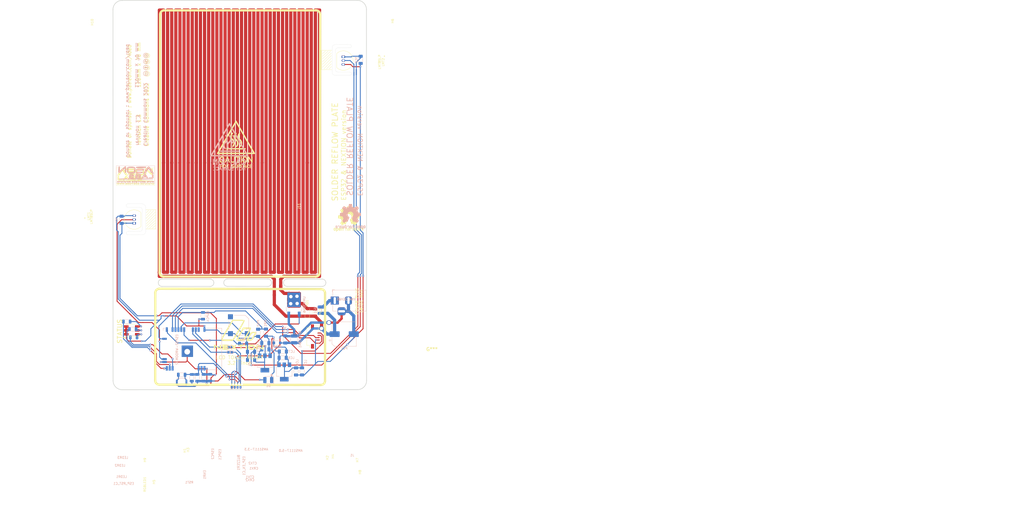
<source format=kicad_pcb>
(kicad_pcb (version 20211014) (generator pcbnew)
  (title_block (title "Hot Plate") (date "2022-02-28") (rev "1.0") (company "AeonLabs") (comment 1 "Creative Commons 2022"))
  (layers (0 "F.Cu" signal) (31 "B.Cu" signal) (34 "B.Paste" user) (35 "F.Paste" user) (36 "B.SilkS" user "B.Silkscreen") (37 "F.SilkS" user "F.Silkscreen") (38 "B.Mask" user) (39 "F.Mask" user) (44 "Edge.Cuts" user))
  (net 0 "")
  (net 1 "/5V0")
  (net 2 "/VIN-D")
  (net 3 "/GND")
  (net 4 "/3V3")
  (net 5 "VccDiv")
  (net 6 "Net-(CRX1-Pad1)")
  (net 7 "/IO03RX")
  (net 8 "Net-(CTX1-Pad1)")
  (net 9 "/IO01TX")
  (net 10 "/RST_EN_RTS")
  (net 19 "/IO13_TempData")
  (net 27 "/IO0_BOOT_DTR")
  (net 29 "/IO16_UD2RX_NexTX")
  (net 30 "/IO17_UD2TX_NexRX")
  (net 37 "Net-(5A1-Pad2)")
  (net 38 "Net-(LEDR1-Pad1)")
  (net 39 "Net-(LEDR2-Pad1)")
  (net 40 "Net-(LEDR3-Pad1)")
  (net 41 "/IO19_Gate")
  (net 42 "/IO14_LEDG")
  (net 43 "/IO12_LEDB")
  (net 44 "/IO15_TempData")
  (net 45 "/IO27_LEDR")
  (net 46 "/IO18_BUZZER")
  (net 47 "Element")
  (net 48 "Net-(D1-Pad2)")
  (footprint "Symbol:OSHW-Logo2_14.6x12mm_SilkScreen" (layer "F.Cu") (at 104.41 96.5)
    (fp_text reference "REF**" hide)
    (fp_text value "OSHW-Logo2_14.6x12mm_SilkScreen" hide)
  )
  (footprint "MountingHole:MountingHole_8.4mm_M8" (layer "F.Cu") (at 9.904648 113.49 90)
    (fp_text reference "H9")
    (fp_text value "MountingHole")
  )
  (footprint "AeonLabs:aeon logo www" (layer "F.Cu") (at 10.96 77.827666)
    (fp_text reference "G***" hide)
    (fp_text value "LOGO" hide)
  )
  (footprint "Sensor:LMT85LP" (layer "F.Cu") (at 10.35 98 90)
    (fp_text reference "LMT1")
    (fp_text value "LMT85LP")
  )
  (footprint "MountingHole:MountingHole_8.4mm_M8" (layer "F.Cu") (at 103.284648 162.12 90)
    (fp_text reference "H8")
    (fp_text value "MountingHole")
  )
  (footprint "LED_SMD:LED_RGB_5050-6" (layer "F.Cu") (at 9.3025 145.33 180)
    (fp_text reference "RGBLED1")
    (fp_text value "LED_RGB")
  )
  (footprint "MountingHole:MountingHole_3.2mm_M3" (layer "F.Cu") (at 22.464648 166.03 90)
    (fp_text reference "H1")
    (fp_text value "MountingHole")
  )
  (footprint "MountingHole:MountingHole_8.4mm_M8" (layer "F.Cu") (at 10.004648 9.86 90)
    (fp_text reference "H10")
    (fp_text value "MountingHole")
  )
  (footprint "Sensor:LMT85LP" (layer "F.Cu") (at 102.109125 25.74 -90)
    (fp_text reference "LMT2")
    (fp_text value "LMT85LP")
  )
  (footprint "MountingHole:MountingHole_8.4mm_M8" (layer "F.Cu") (at 10.014648 162.34 90)
    (fp_text reference "H5")
    (fp_text value "MountingHole")
  )
  (footprint "Capacitor_SMD:C_1206_3216Metric_Pad1.33x1.80mm_HandSolder" (layer "F.Cu") (at 89.66 137.52 90)
    (fp_text reference "PC3")
    (fp_text value "1nF")
  )
  (footprint "MountingHole:MountingHole_8.4mm_M8" (layer "F.Cu") (at 103.26 9.74 90)
    (fp_text reference "H6")
    (fp_text value "MountingHole")
  )
  (footprint "AeonLabs:nextion logo" (layer "F.Cu") (at 56.17 147.24)
    (fp_text reference "G***")
    (fp_text value "LOGO" hide)
  )
  (footprint "MountingHole:MountingHole_3.2mm_M3" (layer "F.Cu") (at 22.574648 130.01 90)
    (fp_text reference "H3")
    (fp_text value "MountingHole")
  )
  (footprint "MountingHole:MountingHole_3.2mm_M3" (layer "F.Cu") (at 90.984648 130.14 90)
    (fp_text reference "H4")
    (fp_text value "MountingHole")
  )
  (footprint "Connector_FFC-FPC:Molex_200528-0040_1x04-1MP_P1.00mm_Horizontal" (layer "F.Cu") (at 90.33 148.01 -90)
    (fp_text reference "J11")
    (fp_text value "Conn_01x04_Male")
  )
  (footprint "MountingHole:MountingHole_8.4mm_M8" (layer "F.Cu") (at 103.394648 113.53 90)
    (fp_text reference "H7")
    (fp_text value "MountingHole")
  )
  (footprint "MountingHole:MountingHole_3.2mm_M3" (layer "F.Cu") (at 90.954648 166.15 90)
    (fp_text reference "H2")
    (fp_text value "MountingHole")
  )
  (footprint "Diode_SMD:D_SOD-123" (layer "F.Cu") (at 86.25 137.44 90)
    (fp_text reference "HD1")
    (fp_text value "MM1Z24")
  )
  (footprint "AeonLabs:aeon creative commons logos" (layer "F.Cu") (at 16.08 28.87 90)
    (fp_text reference "G***" hide)
    (fp_text value "LOGO" hide)
  )
  (footprint "Resistor_SMD:R_1206_3216Metric" (layer "B.Cu") (at 7.1125 141.47 180)
    (fp_text reference "LEDR1")
    (fp_text value "330R")
  )
  (footprint "Connector_BarrelJack:BarrelJack_Horizontal" (layer "B.Cu") (at 98.32 132.2525 180)
    (fp_text reference "J1")
    (fp_text value "Barrel_Jack_Switch")
  )
  (footprint "Capacitor_SMD:C_1206_3216Metric_Pad1.33x1.80mm_HandSolder" (layer "B.Cu") (at 67.899648 153.6425)
    (fp_text reference "LC1")
    (fp_text value "22uF")
  )
  (footprint "Capacitor_SMD:C_1206_3216Metric" (layer "B.Cu") (at 31.184648 164.78 180)
    (fp_text reference "ESP_RST_C1")
    (fp_text value "0.1uF")
  )
  (footprint "Symbol:OSHW-Logo2_14.6x12mm_SilkScreen" (layer "B.Cu") (at 105.2 95.45 180)
    (fp_text reference "REF**" hide)
    (fp_text value "OSHW-Logo2_14.6x12mm_SilkScreen" hide)
  )
  (footprint "Package_TO_SOT_SMD:TO-252-2" (layer "B.Cu") (at 80.43 134.02 90)
    (fp_text reference "UMW30N6")
    (fp_text value "HM")
  )
  (footprint "Capacitor_SMD:C_1206_3216Metric_Pad1.33x1.80mm_HandSolder" (layer "B.Cu") (at 67.869648 150.8925)
    (fp_text reference "LC3")
    (fp_text value "100nF")
  )
  (footprint "Capacitor_SMD:C_1206_3216Metric_Pad1.33x1.80mm_HandSolder" (layer "B.Cu") (at 61.609648 158.2825 180)
    (fp_text reference "LC2")
    (fp_text value "22uF")
  )
  (footprint "Connector:SOIC_clipProgSmall" (layer "B.Cu") (at 55.07 170.8995 180)
    (fp_text reference "J2")
    (fp_text value "Conn_01x08_Male")
  )
  (footprint "Button_Switch_SMD:SW_Push_SPST_NO_Alps_SKRK" (layer "B.Cu") (at 31.154648 167.93)
    (fp_text reference "RST1")
    (fp_text value "RST")
  )
  (footprint "Diode_SMD:D_1210_3225Metric_Pad1.42x2.65mm_HandSolder" (layer "B.Cu") (at 80.5 149.2725 -90)
    (fp_text reference "SMAJ18A1")
    (fp_text value "SMAJ18A")
  )
  (footprint "Diode_SMD:D_1210_3225Metric_Pad1.42x2.65mm_HandSolder" (layer "B.Cu") (at 69.144648 167.1 180)
    (fp_text reference "D1")
    (fp_text value "D_Schottky")
  )
  (footprint "Capacitor_SMD:C_1206_3216Metric" (layer "B.Cu") (at 38.064648 166.11 90)
    (fp_text reference "ESP_EN_C1")
    (fp_text value "0.1uF")
  )
  (footprint "Capacitor_SMD:C_1206_3216Metric_Pad1.33x1.80mm_HandSolder" (layer "B.Cu") (at 68.129648 146.3125 90)
    (fp_text reference "PR1")
    (fp_text value "3K")
  )
  (footprint "Capacitor_SMD:C_1206_3216Metric_Pad1.33x1.80mm_HandSolder" (layer "B.Cu") (at 4.84 96.84 90)
    (fp_text reference "TC1")
    (fp_text value "100nF")
  )
  (footprint "Capacitor_SMD:C_1206_3216Metric" (layer "B.Cu") (at 40.874648 166.11 -90)
    (fp_text reference "ESPC2")
    (fp_text value "22uF")
  )
  (footprint "AeonLabs:aeon creative commons logos" (layer "B.Cu") (at 15.491469 28.7502 90)
    (fp_text reference "G***" hide)
    (fp_text value "LOGO" hide)
  )
  (footprint "Resistor_SMD:R_1206_3216Metric" (layer "B.Cu") (at 10.1525 148.4 180)
    (fp_text reference "LEDR3")
    (fp_text value "330R")
  )
  (footprint "Package_TO_SOT_SMD:SOT-223-3_TabPin2" (layer "B.Cu") (at 76.164648 163.57 -90)
    (fp_text reference "AMS1117-5.0")
    (fp_text value "AMS1117-5.0")
  )
  (footprint "Capacitor_SMD:C_1206_3216Metric" (layer "B.Cu") (at 43.694648 166.04 -90)
    (fp_text reference "ESPC1")
    (fp_text value "0.1uF")
  )
  (footprint "RF_Module:ESP32-WROOM-32" (layer "B.Cu") (at 32.92 153.47 90)
    (fp_text reference "ESP32-WROOM32")
    (fp_text value "ESP32-WROOM-32")
  )
  (footprint "Capacitor_SMD:C_1206_3216Metric_Pad1.33x1.80mm_HandSolder" (layer "B.Cu") (at 75.544648 154.59)
    (fp_text reference "LC7")
    (fp_text value "100nF")
  )
  (footprint "Capacitor_SMD:C_1206_3216Metric_Pad1.33x1.80mm_HandSolder" (layer "B.Cu") (at 75.464648 157.36)
    (fp_text reference "LC5")
    (fp_text value "22uF")
  )
  (footprint "Capacitor_SMD:C_1206_3216Metric_Pad1.33x1.80mm_HandSolder" (layer "B.Cu") (at 76.624648 149.29 90)
    (fp_text reference "PC2")
    (fp_text value "100nF")
  )
  (footprint "Resistor_SMD:R_1206_3216Metric" (layer "B.Cu") (at 9.7425 144.78 180)
    (fp_text reference "LEDR2")
    (fp_text value "330R")
  )
  (footprint "Capacitor_SMD:C_1206_3216Metric_Pad1.33x1.80mm_HandSolder" (layer "B.Cu") (at 64.719648 146.3925 90)
    (fp_text reference "PR2")
    (fp_text value "1K")
  )
  (footprint "Capacitor_SMD:C_1206_3216Metric_Pad1.33x1.80mm_HandSolder" (layer "B.Cu") (at 109.67 26.7 -90)
    (fp_text reference "TC2")
    (fp_text value "100nF")
  )
  (footprint "Package_TO_SOT_SMD:SOT-223-3_TabPin2" (layer "B.Cu") (at 67.669438 159.612555 -90)
    (fp_text reference "AMS1117-3.3")
    (fp_text value "AMS1117-3.3")
  )
  (footprint "Capacitor_SMD:C_1206_3216Metric_Pad1.33x1.80mm_HandSolder" (layer "B.Cu") (at 61.599648 154.7225 180)
    (fp_text reference "LC4")
    (fp_text value "100nF")
  )
  (footprint "Capacitor_SMD:CP_Elec_10x12.5" (layer "B.Cu") (at 102.4475 146.97)
    (fp_text reference "PC1")
    (fp_text value "100uF")
  )
  (footprint "Capacitor_SMD:C_1206_3216Metric_Pad1.33x1.80mm_HandSolder" (layer "B.Cu") (at 58.119648 151.2225)
    (fp_text reference "HR1")
    (fp_text value "10K")
  )
  (footprint "TestPoint:TestPoint_Pad_1.0x1.0mm" (layer "B.Cu") (at 53.204648 152.65)
    (fp_text reference "CTX1")
    (fp_text value "CTX")
  )
  (footprint "Diode_SMD:D_SOD-123F" (layer "B.Cu") (at 73.0075 150.81)
    (fp_text reference "PD1")
    (fp_text value "DSR1M")
  )
  (footprint "TestPoint:TestPoint_Pad_1.0x1.0mm" (layer "B.Cu") (at 51.804648 152.66)
    (fp_text reference "CRX2")
    (fp_text value "CRX2")
  )
  (footprint "TestPoint:TestPoint_Pad_1.0x1.0mm" (layer "B.Cu") (at 53.129648 154.92)
    (fp_text reference "CRX1")
    (fp_text value "CRX")
  )
  (footprint "Capacitor_SMD:C_1206_3216Metric_Pad1.33x1.80mm_HandSolder" (layer "B.Cu") (at 81.314648 163.32 -90)
    (fp_text reference "LC6")
    (fp_text value "22uF")
  )
  (footprint "Fuse:Fuse_1206_3216Metric" (layer "B.Cu") (at 91.71 136.47 90)
    (fp_text reference "5A1")
    (fp_text value "Polyfuse")
  )
  (footprint "Resistor_SMD:R_1206_3216Metric" (layer "B.Cu") (at 35.614648 166.11 90)
    (fp_text reference "ENR1")
    (fp_text value "10k")
  )
  (footprint "AeonLabs:aeon logo www" (layer "B.Cu") (at 10.960001 76.977666 180)
    (fp_text reference "G***" hide)
    (fp_text value "LOGO" hide)
  )
  (footprint "Buzzer_Beeper:MagneticBuzzer_Kobitone_254-EMB84Q-RO" (layer "B.Cu") (at 56.274648 143.05 90)
    (fp_text reference "BUZZER1")
    (fp_text value "Buzzer")
  )
  (footprint "TestPoint:TestPoint_Pad_1.0x1.0mm" (layer "B.Cu") (at 51.739648 154.92)
    (fp_text reference "CTX2")
    (fp_text value "CTX2")
  )
  (footprint "Capacitor_SMD:C_1206_3216Metric" (layer "B.Cu") (at 40.534648 138.92 -90)
    (fp_text reference "ESPC4")
    (fp_text value "100nF")
  )
  (footprint "Capacitor_SMD:C_1206_3216Metric_Pad1.33x1.80mm_HandSolder" (layer "B.Cu") (at 83.964648 163.3 -90)
    (fp_text reference "LC8")
    (fp_text value "100nF")
  )
  (gr_line (start 47.986792 72.611148) (end 48.421132 72.611148) (layer "B.SilkS") (width 0.4))
  (gr_line (start 52.764532 70.320068) (end 52.764532 71.955828) (layer "B.SilkS") (width 0.4))
  (gr_line (start 53.745502 75.001238) (end 53.555002 75.064738) (layer "B.SilkS") (width 0.24))
  (gr_line (start 57.803892 70.429288) (end 57.585452 70.647728) (layer "B.SilkS") (width 0.4))
  (gr_line (start 53.618502 74.302738) (end 53.745502 74.239238) (layer "B.SilkS") (width 0.24))
  (gr_line (start 50.423182 73.855698) (end 50.486682 73.792198) (layer "B.SilkS") (width 0.24))
  (gr_line (start 46.872262 73.728698) (end 46.618262 73.728698) (layer "B.SilkS") (width 0.24))
  (gr_line (start 56.757412 72.611148) (end 55.883652 70.320068) (layer "B.SilkS") (width 0.4))
  (gr_line (start 56.966222 75.064738) (end 57.220222 75.064738) (layer "B.SilkS") (width 0.24))
  (gr_line (start 52.561862 74.683738) (end 52.561862 73.728698) (layer "B.SilkS") (width 0.24))
  (gr_line (start 55.719082 75.064738) (end 55.719082 73.728698) (layer "B.SilkS") (width 0.24))
  (gr_line (start 53.872502 74.048738) (end 53.872502 73.919198) (layer "B.SilkS") (width 0.24))
  (gr_line (start 56.839222 75.001238) (end 56.966222 75.064738) (layer "B.SilkS") (width 0.24))
  (gr_line (start 57.585452 70.647728) (end 57.476232 70.866168) (layer "B.SilkS") (width 0.4))
  (gr_arc (start 51.312989 64.341998) (mid 51.460005 63.602897) (end 51.878672 62.976318) (layer "B.SilkS") (width 0.6))
  (gr_line (start 47.768352 70.429288) (end 47.549912 70.647728) (layer "B.SilkS") (width 0.4))
  (gr_line (start 58.677652 72.501928) (end 58.896092 72.283488) (layer "B.SilkS") (width 0.4))
  (gr_line (start 56.648722 74.048738) (end 56.582682 74.239238) (layer "B.SilkS") (width 0.24))
  (gr_line (start 57.474222 73.919198) (end 57.347222 73.792198) (layer "B.SilkS") (width 0.24))
  (gr_line (start 58.896092 70.647728) (end 58.677652 70.429288) (layer "B.SilkS") (width 0.4))
  (gr_line (start 52.371362 75.001238) (end 52.498362 74.874238) (layer "B.SilkS") (width 0.24))
  (gr_line (start 52.980962 74.683738) (end 53.047002 74.556738) (layer "B.SilkS") (width 0.24))
  (gr_line (start 48.421132 70.320068) (end 47.986792 70.320068) (layer "B.SilkS") (width 0.4))
  (gr_line (start 47.986792 70.320068) (end 47.768352 70.429288) (layer "B.SilkS") (width 0.4))
  (gr_line (start 57.601222 74.239238) (end 57.537722 74.048738) (layer "B.SilkS") (width 0.24))
  (gr_line (start 58.022862 74.366238) (end 58.911862 74.366238) (layer "B.SilkS") (width 0.24))
  (gr_line (start 49.430042 74.366238) (end 49.940582 74.366238) (layer "B.SilkS") (width 0.24))
  (gr_line (start 50.516632 70.320068) (end 52.043172 70.320068) (layer "B.SilkS") (width 0.4))
  (gr_line (start 57.601222 74.556738) (end 57.601222 74.239238) (layer "B.SilkS") (width 0.24))
  (gr_line (start 52.873752 72.283488) (end 53.092192 72.501928) (layer "B.SilkS") (width 0.4))
  (gr_line (start 45.053622 75.064738) (end 45.879122 75.064738) (layer "B.SilkS") (width 0.24))
  (gr_line (start 51.733822 74.874238) (end 51.863362 75.001238) (layer "B.SilkS") (width 0.24))
  (gr_line (start 44.113082 68.742018) (end 52.113092 54.742068) (layer "B.SilkS") (width 0.6))
  (gr_arc (start 53.478722 65.639078) (mid 53.06005 65.012495) (end 52.913032 64.273388) (layer "B.SilkS") (width 0.6))
  (gr_line (start 49.940582 75.064738) (end 49.940582 73.728698) (layer "B.SilkS") (width 0.24))
  (gr_line (start 51.251222 75.064738) (end 51.251222 73.728698) (layer "B.SilkS") (width 0.24))
  (gr_arc (start 49.713042 64.273388) (mid 49.860057 63.534288) (end 50.278722 62.907708) (layer "B.SilkS") (width 0.6))
  (gr_line (start 58.896092 72.283488) (end 59.002772 72.065048) (layer "B.SilkS") (width 0.4))
  (gr_line (start 46.610112 72.611148) (end 46.610112 70.320068) (layer "B.SilkS") (width 0.4))
  (gr_line (start 48.858012 70.647728) (end 48.639572 70.429288) (layer "B.SilkS") (width 0.4))
  (gr_line (start 50.486682 74.302738) (end 50.423182 74.239238) (layer "B.SilkS") (width 0.24))
  (gr_line (start 59.111992 71.193828) (end 59.002772 70.866168) (layer "B.SilkS") (width 0.4))
  (gr_line (start 53.635752 72.611148) (end 53.963412 72.501928) (layer "B.SilkS") (width 0.4))
  (gr_line (start 52.498362 74.874238) (end 52.561862 74.683738) (layer "B.SilkS") (width 0.24))
  (gr_line (start 50.679722 74.366238) (end 50.486682 74.302738) (layer "B.SilkS") (width 0.24))
  (gr_line (start 52.180862 75.064738) (end 52.371362 75.001238) (layer "B.SilkS") (width 0.24))
  (gr_line (start 56.582682 74.556738) (end 56.648722 74.747238) (layer "B.SilkS") (width 0.24))
  (gr_line (start 53.092192 72.501928) (end 53.417312 72.611148) (layer "B.SilkS") (width 0.4))
  (gr_line (start 58.022332 70.320068) (end 57.803892 70.429288) (layer "B.SilkS") (width 0.4))
  (gr_line (start 53.110502 75.001238) (end 52.980962 74.874238) (layer "B.SilkS") (width 0.24))
  (gr_line (start 58.459212 72.611148) (end 58.677652 72.501928) (layer "B.SilkS") (width 0.4))
  (gr_line (start 50.359682 75.064738) (end 50.806722 74.366238) (layer "B.SilkS") (width 0.24))
  (gr_line (start 46.364262 74.874238) (end 46.491262 75.001238) (layer "B.SilkS") (width 0.24))
  (gr_line (start 53.237502 74.429738) (end 53.618502 74.302738) (layer "B.SilkS") (width 0.24))
  (gr_line (start 48.639572 72.501928) (end 48.858012 72.283488) (layer "B.SilkS") (width 0.4))
  (gr_line (start 47.549912 70.647728) (end 47.440692 70.866168) (layer "B.SilkS") (width 0.4))
  (gr_line (start 47.440692 72.065048) (end 47.549912 72.283488) (layer "B.SilkS") (width 0.4))
  (gr_line (start 53.809002 74.175738) (end 53.872502 74.048738) (layer "B.SilkS") (width 0.24))
  (gr_line (start 51.670322 74.683738) (end 51.733822 74.874238) (layer "B.SilkS") (width 0.24))
  (gr_line (start 59.002772 72.065048) (end 59.111992 71.737388) (layer "B.SilkS") (width 0.4))
  (gr_arc (start 54.278765 61.307738) (mid 54.131749 62.046839) (end 53.713082 62.673418) (layer "B.SilkS") (width 0.6))
  (gr_line (start 48.639572 70.429288) (end 48.421132 70.320068) (layer "B.SilkS") (width 0.4))
  (gr_circle (center 71.52 149.28) (end 71.31 149.29) (layer "B.SilkS") (width 0.4) (fill none))
  (gr_line (start 48.421132 72.611148) (end 48.639572 72.501928) (layer "B.SilkS") (width 0.4))
  (gr_line (start 54.181852 72.283488) (end 54.291072 71.955828) (layer "B.SilkS") (width 0.4))
  (gr_line (start 56.966222 73.728698) (end 56.839222 73.792198) (layer "B.SilkS") (width 0.24))
  (gr_line (start 53.745502 74.239238) (end 53.809002 74.175738) (layer "B.SilkS") (width 0.24))
  (gr_circle (center 71.77 152.429763) (end 71.56 152.439763) (layer "B.SilkS") (width 0.4) (fill none))
  (gr_line (start 46.618262 75.064738) (end 46.872262 75.064738) (layer "B.SilkS") (width 0.24))
  (gr_line (start 47.331472 71.193828) (end 47.331472 71.737388) (layer "B.SilkS") (width 0.4))
  (gr_line (start 53.872502 74.874238) (end 53.745502 75.001238) (layer "B.SilkS") (width 0.24))
  (gr_line (start 57.803892 72.501928) (end 58.022332 72.611148) (layer "B.SilkS") (width 0.4))
  (gr_line (start 57.537722 74.048738) (end 57.474222 73.919198) (layer "B.SilkS") (width 0.24))
  (gr_line (start 49.112542 73.728698) (end 49.940582 73.728698) (layer "B.SilkS") (width 0.24))
  (gr_line (start 53.301002 73.728698) (end 53.110502 73.792198) (layer "B.SilkS") (width 0.24))
  (gr_line (start 51.863362 75.001238) (end 52.053862 75.064738) (layer "B.SilkS") (width 0.24))
  (gr_arc (start 50.51309 59.94206) (mid 50.931756 60.568639) (end 51.078772 61.307738) (layer "B.SilkS") (width 0.6))
  (gr_line (start 48.858012 72.283488) (end 48.967232 72.065048) (layer "B.SilkS") (width 0.4))
  (gr_arc (start 52.678722 61.376348) (mid 52.531707 62.115448) (end 52.113042 62.742028) (layer "B.SilkS") (width 0.6))
  (gr_line (start 53.478702 62.907718) (end 53.713112 62.673428) (layer "B.SilkS") (width 0.6))
  (gr_line (start 53.301002 75.064738) (end 53.110502 75.001238) (layer "B.SilkS") (width 0.24))
  (gr_line (start 49.797812 72.611148) (end 49.797812 70.320068) (layer "B.SilkS") (width 0.4))
  (gr_line (start 47.440692 70.866168) (end 47.331472 71.193828) (layer "B.SilkS") (width 0.4))
  (gr_line (start 49.076452 71.193828) (end 48.967232 70.866168) (layer "B.SilkS") (width 0.4))
  (gr_line (start 51.281172 72.611148) (end 51.281172 70.320068) (layer "B.SilkS") (width 0.4))
  (gr_line (start 46.491262 75.001238) (end 46.618262 75.064738) (layer "B.SilkS") (width 0.24))
  (gr_line (start 53.555002 75.064738) (end 53.301002 75.064738) (layer "B.SilkS") (width 0.24))
  (gr_arc (start 53.713087 59.942053) (mid 54.131755 60.568635) (end 54.278772 61.307738) (layer "B.SilkS") (width 0.6))
  (gr_line (start 47.128802 74.874238) (end 47.192302 74.747238) (layer "B.SilkS") (width 0.24))
  (gr_arc (start 51.878674 65.707676) (mid 51.460008 65.081097) (end 51.312992 64.341998) (layer "B.SilkS") (width 0.6))
  (gr_line (start 55.012432 72.611148) (end 55.883652 70.320068) (layer "B.SilkS") (width 0.4))
  (gr_line (start 45.083572 72.611148) (end 45.083572 70.320068) (layer "B.SilkS") (width 0.4))
  (gr_arc (start 52.113037 60.010663) (mid 52.531705 60.637245) (end 52.678722 61.376348) (layer "B.SilkS") (width 0.6))
  (gr_line (start 47.192302 74.747238) (end 47.255802 74.556738) (layer "B.SilkS") (width 0.24))
  (gr_line (start 51.251222 74.366238) (end 50.679722 74.366238) (layer "B.SilkS") (width 0.24))
  (gr_line (start 47.768352 72.501928) (end 47.986792 72.611148) (layer "B.SilkS") (width 0.4))
  (gr_line (start 46.364262 73.919198) (end 46.300762 74.048738) (layer "B.SilkS") (width 0.24))
  (gr_line (start 56.712222 73.919198) (end 56.648722 74.048738) (layer "B.SilkS") (width 0.24))
  (gr_line (start 51.878682 62.976298) (end 52.113092 62.742078) (layer "B.SilkS") (width 0.6))
  (gr_line (start 51.670322 73.728698) (end 51.670322 74.683738) (layer "B.SilkS") (width 0.24))
  (gr_line (start 46.872262 75.064738) (end 46.999262 75.001238) (layer "B.SilkS") (width 0.24))
  (gr_line (start 48.113072 66.742018) (end 56.113082 66.742018) (layer "B.SilkS") (width 0.6))
  (gr_line (start 53.110502 74.493238) (end 53.237502 74.429738) (layer "B.SilkS") (width 0.24))
  (gr_line (start 50.359682 73.982698) (end 50.423182 73.855698) (layer "B.SilkS") (width 0.24))
  (gr_line (start 55.337552 71.846608) (end 56.429752 71.846608) (layer "B.SilkS") (width 0.4))
  (gr_line (start 47.255802 74.556738) (end 47.255802 74.239238) (layer "B.SilkS") (width 0.24))
  (gr_line (start 59.111992 71.737388) (end 59.111992 71.193828) (layer "B.SilkS") (width 0.4))
  (gr_line (start 48.967232 70.866168) (end 48.858012 70.647728) (layer "B.SilkS") (width 0.4))
  (gr_line (start 46.491262 73.792198) (end 46.364262 73.919198) (layer "B.SilkS") (width 0.24))
  (gr_line (start 47.255802 74.239238) (end 47.192302 74.048738) (layer "B.SilkS") (width 0.24))
  (gr_line (start 50.679722 73.728698) (end 51.251222 73.728698) (layer "B.SilkS") (width 0.24))
  (gr_line (start 52.113092 54.742068) (end 60.113102 68.742018) (layer "B.SilkS") (width 0.6))
  (gr_line (start 44.113082 68.742018) (end 60.113102 68.742018) (layer "B.SilkS") (width 0.6))
  (gr_line (start 48.693442 75.064738) (end 48.182902 73.728698) (layer "B.SilkS") (width 0.24))
  (gr_line (start 56.648722 74.747238) (end 56.712222 74.874238) (layer "B.SilkS") (width 0.24))
  (gr_arc (start 50.278727 65.639073) (mid 49.860059 65.012491) (end 49.713042 64.273388) (layer "B.SilkS") (width 0.6))
  (gr_line (start 58.459212 70.320068) (end 58.022332 70.320068) (layer "B.SilkS") (width 0.4))
  (gr_line (start 53.110502 73.792198) (end 52.980962 73.919198) (layer "B.SilkS") (width 0.24))
  (gr_line (start 57.474222 74.874238) (end 57.537722 74.747238) (layer "B.SilkS") (width 0.24))
  (gr_line (start 45.053622 73.728698) (end 45.879122 73.728698) (layer "B.SilkS") (width 0.24))
  (gr_line (start 53.963412 72.501928) (end 54.181852 72.283488) (layer "B.SilkS") (width 0.4))
  (gr_line (start 46.999262 73.792198) (end 46.872262 73.728698) (layer "B.SilkS") (width 0.24))
  (gr_line (start 53.555002 73.728698) (end 53.301002 73.728698) (layer "B.SilkS") (width 0.24))
  (gr_line (start 57.537722 74.747238) (end 57.601222 74.556738) (layer "B.SilkS") (width 0.24))
  (gr_line (start 53.872502 73.919198) (end 53.745502 73.792198) (layer "B.SilkS") (width 0.24))
  (gr_line (start 57.476232 72.065048) (end 57.585452 72.283488) (layer "B.SilkS") (width 0.4))
  (gr_line (start 47.128802 73.919198) (end 46.999262 73.792198) (layer "B.SilkS") (width 0.24))
  (gr_line (start 57.220222 73.728698) (end 56.966222 73.728698) (layer "B.SilkS") (width 0.24))
  (gr_line (start 53.047002 74.556738) (end 53.110502 74.493238) (layer "B.SilkS") (width 0.24))
  (gr_line (start 49.076452 71.737388) (end 49.076452 71.193828) (layer "B.SilkS") (width 0.4))
  (gr_line (start 58.677652 70.429288) (end 58.459212 70.320068) (layer "B.SilkS") (width 0.4))
  (gr_line (start 57.220222 75.064738) (end 57.347222 75.001238) (layer "B.SilkS") (width 0.24))
  (gr_line (start 45.083572 72.611148) (end 46.610112 70.320068) (layer "B.SilkS") (width 0.4))
  (gr_line (start 47.549912 72.283488) (end 47.768352 72.501928) (layer "B.SilkS") (width 0.4))
  (gr_line (start 58.022332 72.611148) (end 58.459212 72.611148) (layer "B.SilkS") (width 0.4))
  (gr_line (start 58.911862 75.064738) (end 58.911862 73.728698) (layer "B.SilkS") (width 0.24))
  (gr_line (start 56.839222 73.792198) (end 56.712222 73.919198) (layer "B.SilkS") (width 0.24))
  (gr_line (start 56.712222 74.874238) (end 56.839222 75.001238) (layer "B.SilkS") (width 0.24))
  (gr_line (start 46.618262 73.728698) (end 46.491262 73.792198) (layer "B.SilkS") (width 0.24))
  (gr_line (start 52.764532 71.955828) (end 52.873752 72.283488) (layer "B.SilkS") (width 0.4))
  (gr_line (start 46.999262 75.001238) (end 47.128802 74.874238) (layer "B.SilkS") (width 0.24))
  (gr_line (start 57.347222 73.792198) (end 57.220222 73.728698) (layer "B.SilkS") (width 0.24))
  (gr_line (start 52.053862 75.064738) (end 52.180862 75.064738) (layer "B.SilkS") (width 0.24))
  (gr_line (start 54.291072 71.955828) (end 54.291072 70.320068) (layer "B.SilkS") (width 0.4))
  (gr_line (start 47.192302 74.048738) (end 47.128802 73.919198) (layer "B.SilkS") (width 0.24))
  (gr_line (start 53.745502 73.792198) (end 53.555002 73.728698) (layer "B.SilkS") (width 0.24))
  (gr_circle (center 70.59 164.86) (end 70.38 164.87) (layer "B.SilkS") (width 0.4) (fill none))
  (gr_line (start 58.022862 75.064738) (end 58.022862 73.728698) (layer "B.SilkS") (width 0.24))
  (gr_line (start 47.865402 74.620238) (end 48.502942 74.620238) (layer "B.SilkS") (width 0.24))
  (gr_arc (start 51.078775 61.307738) (mid 50.931759 62.046839) (end 50.513092 62.673418) (layer "B.SilkS") (width 0.6))
  (gr_line (start 45.879122 75.064738) (end 45.879122 73.728698) (layer "B.SilkS") (width 0.24))
  (gr_line (start 47.331472 71.737388) (end 47.440692 72.065048) (layer "B.SilkS") (width 0.4))
  (gr_line (start 50.423182 74.239238) (end 50.359682 74.112238) (layer "B.SilkS") (width 0.24))
  (gr_line (start 57.585452 72.283488) (end 57.803892 72.501928) (layer "B.SilkS") (width 0.4))
  (gr_line (start 50.278782 62.907718) (end 50.513172 62.673428) (layer "B.SilkS") (width 0.6))
  (gr_arc (start 52.913039 64.273388) (mid 53.060055 63.534287) (end 53.478722 62.907708) (layer "B.SilkS") (width 0.6))
  (gr_line (start 47.674902 75.064738) (end 48.182902 73.728698) (layer "B.SilkS") (width 0.24))
  (gr_line (start 48.967232 72.065048) (end 49.076452 71.737388) (layer "B.SilkS") (width 0.4))
  (gr_line (start 52.980962 74.874238) (end 52.980962 74.683738) (layer "B.SilkS") (width 0.24))
  (gr_line (start 56.582682 74.239238) (end 56.582682 74.556738) (layer "B.SilkS") (width 0.24))
  (gr_line (start 57.347222 75.001238) (end 57.474222 74.874238) (layer "B.SilkS") (width 0.24))
  (gr_line (start 50.359682 74.112238) (end 50.359682 73.982698) (layer "B.SilkS") (width 0.24))
  (gr_line (start 55.272042 73.728698) (end 56.163582 73.728698) (layer "B.SilkS") (width 0.24))
  (gr_line (start 50.486682 73.792198) (end 50.679722 73.728698) (layer "B.SilkS") (width 0.24))
  (gr_line (start 46.300762 74.747238) (end 46.364262 74.874238) (layer "B.SilkS") (width 0.24))
  (gr_line (start 59.002772 70.866168) (end 58.896092 70.647728) (layer "B.SilkS") (width 0.4))
  (gr_line (start 45.371122 74.366238) (end 45.879122 74.366238) (layer "B.SilkS") (width 0.24))
  (gr_line (start 53.417312 72.611148) (end 53.635752 72.611148) (layer "B.SilkS") (width 0.4))
  (gr_line (start 52.822 69.27805) (end 52.822 70.91381) (layer "F.SilkS") (width 0.4))
  (gr_line (start 50.94949 72.68668) (end 51.84103 72.68668) (layer "F.SilkS") (width 0.24))
  (gr_line (start 58.69194 69.27805) (end 58.4735 69.38727) (layer "F.SilkS") (width 0.4))
  (gr_line (start 55.24971 73.95922) (end 55.37925 73.83222) (layer "F.SilkS") (width 0.24))
  (gr_arc (start 92.24773 127.220243) (mid 93.520522 127.747451) (end 94.04773 129.020243) (layer "F.SilkS") (width 1))
  (gr_line (start 48.1103 69.82415) (end 48.00108 70.15181) (layer "F.SilkS") (width 0.4))
  (gr_line (start 92.91 24.01) (end 94.21 22.87) (layer "F.SilkS") (width 0.12))
  (gr_line (start 92.93 26.26) (end 96.42 23.01) (layer "F.SilkS") (width 0.12))
  (gr_line (start 56.43335 73.32422) (end 55.86185 73.32422) (layer "F.SilkS") (width 0.24))
  (gr_arc (start 55.2344 61.9343) (mid 55.653067 62.560879) (end 55.800083 63.29998) (layer "F.SilkS") (width 0.6))
  (gr_line (start 59.92077 73.70522) (end 59.98427 73.83222) (layer "F.SilkS") (width 0.24))
  (gr_line (start 60.50296 69.27805) (end 60.50296 71.56913) (layer "F.SilkS") (width 0.4))
  (gr_line (start 58.25506 69.60571) (end 58.14584 69.82415) (layer "F.SilkS") (width 0.4))
  (gr_line (start 53.81207 72.68668) (end 53.55807 72.68668) (layer "F.SilkS") (width 0.24))
  (gr_line (start 48.1103 71.02303) (end 48.21698 71.24147) (layer "F.SilkS") (width 0.4))
  (gr_arc (start 53.39999 61.6314) (mid 52.981323 61.004821) (end 52.834307 60.26572) (layer "F.SilkS") (width 0.6))
  (gr_arc (start 23.2979 121.73309) (mid 22.025108 121.205882) (end 21.4979 119.93309) (layer "F.SilkS") (width 1))
  (gr_line (start 19.58 98.28) (end 17.09 100.53) (layer "F.SilkS") (width 0.12))
  (gr_line (start 18.91 92.78) (end 15.56 96.24) (layer "F.SilkS") (width 0.12))
  (gr_line (start 60.50296 69.27805) (end 62.0295 71.56913) (layer "F.SilkS") (width 0.4))
  (gr_line (start 59.12628 71.56913) (end 59.34472 71.45991) (layer "F.SilkS") (width 0.4))
  (gr_line (start 53.47732 71.56913) (end 53.69576 71.56913) (layer "F.SilkS") (width 0.4))
  (gr_line (start 58.25506 71.24147) (end 58.4735 71.45991) (layer "F.SilkS") (width 0.4))
  (gr_arc (start 55.80008 63.29998) (mid 55.653064 64.039079) (end 55.234398 64.665658) (layer "F.SilkS") (width 0.6))
  (gr_arc (start 91.69794 119.93309) (mid 91.170732 121.205882) (end 89.89794 121.73309) (layer "F.SilkS") (width 1))
  (gr_line (start 93.58 30.64) (end 96.93 27.18) (layer "F.SilkS") (width 0.12))
  (gr_line (start 49.89285 74.02272) (end 50.14685 74.02272) (layer "F.SilkS") (width 0.24))
  (gr_arc (start 91.69794 119.93309) (mid 91.170735 121.205875) (end 89.89795 121.73308) (layer "F.SilkS") (width 1))
  (gr_line (start 58.4735 69.38727) (end 58.25506 69.60571) (layer "F.SilkS") (width 0.4))
  (gr_line (start 48.00108 70.69537) (end 48.1103 71.02303) (layer "F.SilkS") (width 0.4))
  (gr_line (start 55.86185 72.68668) (end 56.43335 72.68668) (layer "F.SilkS") (width 0.24))
  (gr_arc (start 56.59998 61.6314) (mid 56.181313 61.004821) (end 56.034297 60.26572) (layer "F.SilkS") (width 0.6))
  (gr_line (start 50.40085 73.83222) (end 50.46435 73.70522) (layer "F.SilkS") (width 0.24))
  (gr_line (start 92.91 27.55) (end 96.78 23.77) (layer "F.SilkS") (width 0.12))
  (gr_line (start 58.4735 71.45991) (end 58.69194 71.56913) (layer "F.SilkS") (width 0.4))
  (gr_line (start 54.55121 72.68668) (end 54.55121 73.64172) (layer "F.SilkS") (width 0.24))
  (gr_line (start 54.13211 73.83222) (end 54.00257 73.95922) (layer "F.SilkS") (width 0.24))
  (gr_line (start 61.23395 73.32422) (end 61.74195 73.32422) (layer "F.SilkS") (width 0.24))
  (gr_arc (start 21.37773 169.113035) (mid 20.104938 168.585827) (end 19.57773 167.313035) (layer "F.SilkS") (width 1))
  (gr_line (start 54.74171 73.95922) (end 54.93221 74.02272) (layer "F.SilkS") (width 0.24))
  (gr_arc (start 56.0343 60.26572) (mid 56.181316 59.526621) (end 56.599982 58.900042) (layer "F.SilkS") (width 0.6))
  (gr_line (start 57.17249 73.32422) (end 57.68303 73.32422) (layer "F.SilkS") (width 0.24))
  (gr_line (start 54.02088 71.45991) (end 54.23932 71.24147) (layer "F.SilkS") (width 0.4))
  (gr_line (start 49.76585 72.75018) (end 49.63885 72.87718) (layer "F.SilkS") (width 0.24))
  (gr_line (start 60.62181 73.95922) (end 60.74881 73.83222) (layer "F.SilkS") (width 0.24))
  (gr_line (start 91.91801 6.82302) (end 91.69795 119.93309) (layer "F.SilkS") (width 1))
  (gr_line (start 48.43542 71.45991) (end 48.65386 71.56913) (layer "F.SilkS") (width 0.4))
  (gr_line (start 50.53039 73.51472) (end 50.53039 73.19722) (layer "F.SilkS") (width 0.24))
  (gr_line (start 53.36757 73.95922) (end 53.24057 73.83222) (layer "F.SilkS") (width 0.24))
  (gr_line (start 48.65386 71.56913) (end 49.09074 71.56913) (layer "F.SilkS") (width 0.4))
  (gr_line (start 50.14685 74.02272) (end 50.27385 73.95922) (layer "F.SilkS") (width 0.24))
  (gr_line (start 54.99998 53.70005) (end 62.99999 67.7) (layer "F.SilkS") (width 0.6))
  (gr_line (start 57.17249 72.68668) (end 58.00053 72.68668) (layer "F.SilkS") (width 0.24))
  (gr_line (start 51.22942 69.27805) (end 52.10064 71.56913) (layer "F.SilkS") (width 0.4))
  (gr_line (start 19.85 92.44) (end 19.84 100.85) (layer "F.SilkS") (width 0.12))
  (gr_line (start 92.64 30.98) (end 92.65 22.57) (layer "F.SilkS") (width 0.12))
  (gr_line (start 56.62639 72.75018) (end 56.68989 72.81368) (layer "F.SilkS") (width 0.24))
  (gr_line (start 60.11381 73.95922) (end 60.24081 74.02272) (layer "F.SilkS") (width 0.24))
  (gr_line (start 53.36757 72.75018) (end 53.24057 72.87718) (layer "F.SilkS") (width 0.24))
  (gr_line (start 61.23395 74.02272) (end 62.05945 74.02272) (layer "F.SilkS") (width 0.24))
  (gr_line (start 53.81207 74.02272) (end 53.55807 74.02272) (layer "F.SilkS") (width 0.24))
  (gr_line (start 59.56316 71.24147) (end 59.67238 71.02303) (layer "F.SilkS") (width 0.4))
  (gr_line (start 49.52762 69.60571) (end 49.30918 69.38727) (layer "F.SilkS") (width 0.4))
  (gr_line (start 58.93017 72.68668) (end 58.41963 74.02272) (layer "F.SilkS") (width 0.24))
  (gr_line (start 56.62639 73.26072) (end 56.43335 73.32422) (layer "F.SilkS") (width 0.24))
  (gr_line (start 59.98427 73.83222) (end 60.11381 73.95922) (layer "F.SilkS") (width 0.24))
  (gr_line (start 21.37773 169.113035) (end 92.21773 169.260243) (layer "F.SilkS") (width 1))
  (gr_line (start 57.31526 69.27805) (end 57.31526 71.56913) (layer "F.SilkS") (width 0.4))
  (gr_line (start 60.49481 74.02272) (end 60.62181 73.95922) (layer "F.SilkS") (width 0.24))
  (gr_arc (start 54.20004 63.23137) (mid 54.053022 63.970477) (end 53.63435 64.59706) (layer "F.SilkS") (width 0.6))
  (gr_line (start 59.98427 72.87718) (end 59.92077 73.00672) (layer "F.SilkS") (width 0.24))
  (gr_line (start 49.89285 72.68668) (end 49.76585 72.75018) (layer "F.SilkS") (width 0.24))
  (gr_line (start 60.49481 72.68668) (end 60.24081 72.68668) (layer "F.SilkS") (width 0.24))
  (gr_line (start 49.09074 69.27805) (end 48.65386 69.27805) (layer "F.SilkS") (width 0.4))
  (gr_arc (start 54.43435 60.33433) (mid 54.581367 59.595227) (end 55.000035 58.968645) (layer "F.SilkS") (width 0.6))
  (gr_line (start 58.03662 70.15181) (end 58.03662 70.69537) (layer "F.SilkS") (width 0.4))
  (gr_line (start 59.56316 69.60571) (end 59.34472 69.38727) (layer "F.SilkS") (width 0.4))
  (gr_line (start 21.40773 127.073035) (end 92.24773 127.220243) (layer "F.SilkS") (width 1))
  (gr_line (start 55.37925 73.83222) (end 55.44275 73.64172) (layer "F.SilkS") (width 0.24))
  (gr_line (start 48.21698 71.24147) (end 48.43542 71.45991) (layer "F.SilkS") (width 0.4))
  (gr_line (start 50.46435 73.00672) (end 50.40085 72.87718) (layer "F.SilkS") (width 0.24))
  (gr_line (start 53.14966 71.45991) (end 53.47732 71.56913) (layer "F.SilkS") (width 0.4))
  (gr_line (start 48.20121 72.68668) (end 48.20121 74.02272) (layer "F.SilkS") (width 0.24))
  (gr_line (start 53.30407 73.13372) (end 53.36757 73.19722) (layer "F.SilkS") (width 0.24))
  (gr_arc (start 19.61773 128.873035) (mid 20.144938 127.600243) (end 21.41773 127.073035) (layer "F.SilkS") (width 1))
  (gr_line (start 52.93122 71.24147) (end 53.14966 71.45991) (layer "F.SilkS") (width 0.4))
  (gr_line (start 52.822 70.91381) (end 52.93122 71.24147) (layer "F.SilkS") (width 0.4))
  (gr_line (start 49.09074 71.56913) (end 49.30918 71.45991) (layer "F.SilkS") (width 0.4))
  (gr_line (start 46.99997 67.7) (end 62.99999 67.7) (layer "F.SilkS") (width 0.6))
  (gr_line (start 54.00257 73.95922) (end 53.81207 74.02272) (layer "F.SilkS") (width 0.24))
  (gr_arc (start 53.63435 61.86569) (mid 54.053017 62.492269) (end 54.200033 63.23137) (layer "F.SilkS") (width 0.6))
  (gr_line (start 49.51185 73.19722) (end 49.51185 73.51472) (layer "F.SilkS") (width 0.24))
  (gr_line (start 54.23932 71.24147) (end 54.34854 70.91381) (layer "F.SilkS") (width 0.4))
  (gr_line (start 55.05921 74.02272) (end 55.24971 73.95922) (layer "F.SilkS") (width 0.24))
  (gr_line (start 16.69 92.74) (end 15.63 93.8) (layer "F.SilkS") (width 0.12))
  (gr_line (start 60.24081 74.02272) (end 60.49481 74.02272) (layer "F.SilkS") (width 0.24))
  (gr_line (start 92.9 28.75) (end 96.82 24.8) (layer "F.SilkS") (width 0.12))
  (gr_line (start 48.21698 69.60571) (end 48.1103 69.82415) (layer "F.SilkS") (width 0.4))
  (gr_line (start 19.58 99.41) (end 18.28 100.55) (layer "F.SilkS") (width 0.12))
  (gr_line (start 58.93017 72.68668) (end 59.43817 74.02272) (layer "F.SilkS") (width 0.24))
  (gr_line (start 48.43542 69.38727) (end 48.21698 69.60571) (layer "F.SilkS") (width 0.4))
  (gr_line (start 92.65 22.57) (end 96.97 22.57) (layer "F.SilkS") (width 0.12))
  (gr_line (start 60.74881 72.87718) (end 60.62181 72.75018) (layer "F.SilkS") (width 0.24))
  (gr_line (start 53.49457 73.26072) (end 53.87557 73.38772) (layer "F.SilkS") (width 0.24))
  (gr_line (start 55.86185 72.68668) (end 55.86185 74.02272) (layer "F.SilkS") (width 0.24))
  (gr_line (start 54.13211 72.87718) (end 54.00257 72.75018) (layer "F.SilkS") (width 0.24))
  (gr_line (start 55.0699 69.27805) (end 56.59644 69.27805) (layer "F.SilkS") (width 0.4))
  (gr_line (start 49.63885 73.83222) (end 49.76585 73.95922) (layer "F.SilkS") (width 0.24))
  (gr_line (start 58.69194 71.56913) (end 59.12628 71.56913) (layer "F.SilkS") (width 0.4))
  (gr_line (start 50.27385 72.75018) (end 50.14685 72.68668) (layer "F.SilkS") (width 0.24))
  (gr_line (start 59.34472 71.45991) (end 59.56316 71.24147) (layer "F.SilkS") (width 0.4))
  (gr_line (start 56.75339 72.94068) (end 56.75339 73.07022) (layer "F.SilkS") (width 0.24))
  (gr_line (start 56.75339 73.07022) (end 56.68989 73.19722) (layer "F.SilkS") (width 0.24))
  (gr_line (start 94.04773 129.020243) (end 94.044938 167.460243) (layer "F.SilkS") (width 1))
  (gr_line (start 50.99999 65.7) (end 59 65.7) (layer "F.SilkS") (width 0.6))
  (gr_line (start 49.51185 73.51472) (end 49.57535 73.70522) (layer "F.SilkS") (width 0.24))
  (gr_line (start 19.58 93.43) (end 15.63 97.42) (layer "F.SilkS") (width 0.12))
  (gr_line (start 59.85727 73.51472) (end 59.92077 73.70522) (layer "F.SilkS") (width 0.24))
  (gr_line (start 49.76585 73.95922) (end 49.89285 74.02272) (layer "F.SilkS") (width 0.24))
  (gr_line (start 49.30918 69.38727) (end 49.09074 69.27805) (layer "F.SilkS") (width 0.4))
  (gr_line (start 55.8319 69.27805) (end 55.8319 71.56913) (layer "F.SilkS") (width 0.4))
  (gr_line (start 50.40085 72.87718) (end 50.27385 72.75018) (layer "F.SilkS") (width 0.24))
  (gr_line (start 54.99998 61.70006) (end 55.23439 61.93428) (layer "F.SilkS") (width 0.6))
  (gr_line (start 58.61013 73.57822) (end 59.24767 73.57822) (layer "F.SilkS") (width 0.24))
  (gr_line (start 53.39996 61.63141) (end 53.63437 61.8657) (layer "F.SilkS") (width 0.6))
  (gr_line (start 59.7816 70.15181) (end 59.67238 69.82415) (layer "F.SilkS") (width 0.4))
  (gr_line (start 53.24057 73.00672) (end 53.30407 73.13372) (layer "F.SilkS") (width 0.24))
  (gr_line (start 51.22942 69.27805) (end 50.35566 71.56913) (layer "F.SilkS") (width 0.4))
  (gr_arc (start 94.044938 167.460243) (mid 93.51773 168.733035) (end 92.244938 169.260243) (layer "F.SilkS") (width 1))
  (gr_line (start 51.39399 72.68668) (end 51.39399 74.02272) (layer "F.SilkS") (width 0.24))
  (gr_line (start 59.67238 69.82415) (end 59.56316 69.60571) (layer "F.SilkS") (width 0.4))
  (gr_line (start 59.92077 73.00672) (end 59.85727 73.19722) (layer "F.SilkS") (width 0.24))
  (gr_line (start 56.5999 61.63141) (end 56.83429 61.8657) (layer "F.SilkS") (width 0.6))
  (gr_line (start 48.20121 73.32422) (end 49.09021 73.32422) (layer "F.SilkS") (width 0.24))
  (gr_line (start 57.17249 72.68668) (end 57.17249 74.02272) (layer "F.SilkS") (width 0.24))
  (gr_line (start 92.91 25.14) (end 95.4 22.89) (layer "F.SilkS") (width 0.12))
  (gr_line (start 61.23395 72.68668) (end 61.23395 74.02272) (layer "F.SilkS") (width 0.24))
  (gr_arc (start 55.00003 61.70001) (mid 54.581365 61.07343) (end 54.43435 60.33433) (layer "F.SilkS") (width 0.6))
  (gr_line (start 59.12628 69.27805) (end 58.69194 69.27805) (layer "F.SilkS") (width 0.4))
  (gr_line (start 48.00108 70.15181) (end 48.00108 70.69537) (layer "F.SilkS") (width 0.4))
  (gr_line (start 23.29794 121.73309) (end 89.89794 121.73309) (layer "F.SilkS") (width 1))
  (gr_line (start 54.34854 70.91381) (end 54.34854 69.27805) (layer "F.SilkS") (width 0.4))
  (gr_line (start 54.61471 73.83222) (end 54.74171 73.95922) (layer "F.SilkS") (width 0.24))
  (gr_arc (start 56.83435 61.86569) (mid 57.253015 62.49227) (end 57.40003 63.23137) (layer "F.SilkS") (width 0.6))
  (gr_line (start 60.81231 73.00672) (end 60.74881 72.87718) (layer "F.SilkS") (width 0.24))
  (gr_line (start 58.14584 71.02303) (end 58.25506 71.24147) (layer "F.SilkS") (width 0.4))
  (gr_line (start 60.62181 72.75018) (end 60.49481 72.68668) (layer "F.SilkS") (width 0.24))
  (gr_line (start 53.36757 73.19722) (end 53.49457 73.26072) (layer "F.SilkS") (width 0.24))
  (gr_line (start 54.55121 73.64172) (end 54.61471 73.83222) (layer "F.SilkS") (width 0.24))
  (gr_line (start 53.24057 72.87718) (end 53.24057 73.00672) (layer "F.SilkS") (width 0.24))
  (gr_line (start 54.00257 72.75018) (end 53.81207 72.68668) (layer "F.SilkS") (width 0.24))
  (gr_line (start 49.09021 72.68668) (end 49.09021 74.02272) (layer "F.SilkS") (width 0.24))
  (gr_line (start 48.65386 69.27805) (end 48.43542 69.38727) (layer "F.SilkS") (width 0.4))
  (gr_line (start 50.68332 70.80459) (end 51.77552 70.80459) (layer "F.SilkS") (width 0.4))
  (gr_line (start 61.23395 72.68668) (end 62.05945 72.68668) (layer "F.SilkS") (width 0.24))
  (gr_line (start 17.78 92.75) (end 15.7 94.98) (layer "F.SilkS") (width 0.12))
  (gr_line (start 60.24081 72.68668) (end 60.11381 72.75018) (layer "F.SilkS") (width 0.24))
  (gr_line (start 46.99997 67.7) (end 54.99998 53.70005) (layer "F.SilkS") (width 0.6))
  (gr_line (start 53.69576 71.56913) (end 54.02088 71.45991) (layer "F.SilkS") (width 0.4))
  (gr_line (start 15.49 92.46) (end 19.85 92.44) (layer "F.SilkS") (width 0.12))
  (gr_line (start 49.63885 72.87718) (end 49.57535 73.00672) (layer "F.SilkS") (width 0.24))
  (gr_line (start 19.58 95.87) (end 15.71 99.65) (layer "F.SilkS") (width 0.12))
  (gr_line (start 54.06607 73.51472) (end 54.13211 73.64172) (layer "F.SilkS") (width 0.24))
  (gr_line (start 56.68989 72.81368) (end 56.75339 72.94068) (layer "F.SilkS") (width 0.24))
  (gr_line (start 19.59 94.67) (end 15.67 98.62) (layer "F.SilkS") (width 0.12))
  (gr_line (start 59.7816 70.69537) (end 59.7816 70.15181) (layer "F.SilkS") (width 0.4))
  (gr_line (start 97 30.96) (end 92.64 30.98) (layer "F.SilkS") (width 0.12))
  (gr_line (start 59.34472 69.38727) (end 59.12628 69.27805) (layer "F.SilkS") (width 0.4))
  (gr_line (start 50.27385 73.95922) (end 50.40085 73.83222) (layer "F.SilkS") (width 0.24))
  (gr_line (start 62.0295 69.27805) (end 62.0295 71.56913) (layer "F.SilkS") (width 0.4))
  (gr_line (start 56.43335 72.68668) (end 56.62639 72.75018) (layer "F.SilkS") (width 0.24))
  (gr_arc (start 90.11801 5.02302) (mid 91.390802 5.550228) (end 91.91801 6.82302) (layer "F.SilkS") (width 1))
  (gr_arc (start 57.40003 63.23137) (mid 57.253013 63.970473) (end 56.834345 64.597055) (layer "F.SilkS") (width 0.6))
  (gr_line (start 94.71 30.67) (end 96.79 28.44) (layer "F.SilkS") (width 0.12))
  (gr_line (start 90.11799 5.02307) (end 23.51797 5.02307) (layer "F.SilkS") (width 1))
  (gr_line (start 19.84 100.85) (end 15.52 100.85) (layer "F.SilkS") (width 0.12))
  (gr_line (start 49.30918 71.45991) (end 49.52762 71.24147) (layer "F.SilkS") (width 0.4))
  (gr_line (start 19.56 97.16) (end 16.07 100.41) (layer "F.SilkS") (width 0.12))
  (gr_line (start 56.30635 73.32422) (end 56.75339 74.02272) (layer "F.SilkS") (width 0.24))
  (gr_line (start 50.46435 73.70522) (end 50.53039 73.51472) (layer "F.SilkS") (width 0.24))
  (gr_line (start 58.14584 69.82415) (end 58.03662 70.15181) (layer "F.SilkS") (width 0.4))
  (gr_line (start 49.57535 73.70522) (end 49.63885 73.83222) (layer "F.SilkS") (width 0.24))
  (gr_line (start 49.52762 71.24147) (end 49.63684 71.02303) (layer "F.SilkS") (width 0.4))
  (gr_circle (center 5.979763 148.46) (end 6.189763 148.47) (layer "F.SilkS") (width 0.4) (fill none))
  (gr_line (start 49.63684 69.82415) (end 49.52762 69.60571) (layer "F.SilkS") (width 0.4))
  (gr_line (start 55.44275 73.64172) (end 55.44275 72.68668) (layer "F.SilkS") (width 0.24))
  (gr_line (start 95.8 30.68) (end 96.86 29.62) (layer "F.SilkS") (width 0.12))
  (gr_line (start 49.57535 73.00672) (end 49.51185 73.19722) (layer "F.SilkS") (width 0.24))
  (gr_line (start 50.53039 73.19722) (end 50.46435 73.00672) (layer "F.SilkS") (width 0.24))
  (gr_line (start 92.91 29.99) (end 96.86 26) (layer "F.SilkS") (width 0.12))
  (gr_line (start 53.55807 72.68668) (end 53.36757 72.75018) (layer "F.SilkS") (width 0.24))
  (gr_line (start 59.67238 71.02303) (end 59.7816 70.69537) (layer "F.SilkS") (width 0.4))
  (gr_arc (start 21.71796 6.82302) (mid 22.245168 5.550228) (end 23.51796 5.02302) (layer "F.SilkS") (width 1))
  (gr_line (start 21.71796 6.82302) (end 21.49794 119.93309) (layer "F.SilkS") (width 1))
  (gr_line (start 56.68989 73.19722) (end 56.62639 73.26072) (layer "F.SilkS") (width 0.24))
  (gr_line (start 59.85727 73.19722) (end 59.85727 73.51472) (layer "F.SilkS") (width 0.24))
  (gr_line (start 50.14685 72.68668) (end 49.89285 72.68668) (layer "F.SilkS") (width 0.24))
  (gr_line (start 60.74881 73.83222) (end 60.81231 73.70522) (layer "F.SilkS") (width 0.24))
  (gr_line (start 54.00257 73.45122) (end 54.06607 73.51472) (layer "F.SilkS") (width 0.24))
  (gr_arc (start 52.8343 60.26572) (mid 52.981317 59.526617) (end 53.399985 58.900035) (layer "F.SilkS") (width 0.6))
  (gr_line (start 19.61773 128.873035) (end 19.56773 167.313035) (layer "F.SilkS") (width 1))
  (gr_line (start 54.93221 74.02272) (end 55.05921 74.02272) (layer "F.SilkS") (width 0.24))
  (gr_line (start 53.87557 73.38772) (end 54.00257 73.45122) (layer "F.SilkS") (width 0.24))
  (gr_line (start 58.03662 70.69537) (end 58.14584 71.02303) (layer "F.SilkS") (width 0.4))
  (gr_line (start 60.11381 72.75018) (end 59.98427 72.87718) (layer "F.SilkS") (width 0.24))
  (gr_line (start 53.55807 74.02272) (end 53.36757 73.95922) (layer "F.SilkS") (width 0.24))
  (gr_line (start 54.13211 73.64172) (end 54.13211 73.83222) (layer "F.SilkS") (width 0.24))
  (gr_arc (start 23.29794 121.73309) (mid 22.025148 121.205882) (end 21.49794 119.93309) (layer "F.SilkS") (width 1))
  (gr_arc (start 22.526219 126.040055) (mid 21.394858 125.571436) (end 20.926219 124.440083) (layer "Edge.Cuts") (width 0.254))
  (gr_arc (start 45.29 124.45) (mid 44.821381 125.581361) (end 43.690028 126.05) (layer "Edge.Cuts") (width 0.254))
  (gr_arc (start 92.814858 122.840055) (mid 93.946229 123.308684) (end 94.414858 124.440055) (layer "Edge.Cuts") (width 0.254))
  (gr_arc (start 98.62 22.46) (mid 98.906741 21.773132) (end 99.590963 21.480133) (layer "Edge.Cuts") (width 0.05))
  (gr_line (start 104.86 19.979735) (end 98.71 19.97) (layer "Edge.Cuts") (width 0.05))
  (gr_arc (start 104.88 32.04) (mid 105.6502 32.779998) (end 104.9 33.540265) (layer "Edge.Cuts") (width 0.05))
  (gr_line (start 108.264648 171.32) (end 5.124648 171.35) (layer "Edge.Cuts") (width 0.254))
  (gr_line (start 7.59 89.879735) (end 13.85 89.879735) (layer "Edge.Cuts") (width 0.05))
  (gr_line (start 7.61 101.94) (end 12.899037 101.939867) (layer "Edge.Cuts") (width 0.05))
  (gr_arc (start 99.6 32.04) (mid 98.913132 31.753259) (end 98.620133 31.069037) (layer "Edge.Cuts") (width 0.05))
  (gr_arc (start 108.203368 0.614435) (mid 111.031788 1.786005) (end 112.203358 4.614425) (layer "Edge.Cuts") (width 0.254))
  (gr_line (start 43.69 122.85) (end 22.526191 122.840055) (layer "Edge.Cuts") (width 0.254))
  (gr_line (start 5.064638 0.65001) (end 108.203368 0.614435) (layer "Edge.Cuts") (width 0.254))
  (gr_arc (start 77.414858 126.040055) (mid 76.283487 125.571426) (end 75.814858 124.440055) (layer "Edge.Cuts") (width 0.254))
  (gr_line (start 1.104648 167.35) (end 1.064648 4.65) (layer "Edge.Cuts") (width 0.254))
  (gr_arc (start 15.350265 101.93) (mid 14.899038 103.034948) (end 13.78 103.45) (layer "Edge.Cuts") (width 0.05))
  (gr_arc (start 70.614858 124.440055) (mid 70.146239 125.571416) (end 69.014886 126.040055) (layer "Edge.Cuts") (width 0.254))
  (gr_arc (start 13.85 89.879735) (mid 14.954947 90.330962) (end 15.37 91.45) (layer "Edge.Cuts") (width 0.05))
  (gr_line (start 7.63 103.440265) (end 13.78 103.45) (layer "Edge.Cuts") (width 0.05))
  (gr_line (start 112.203358 4.614425) (end 112.264648 167.32) (layer "Edge.Cuts") (width 0.254))
  (gr_arc (start 97.139735 21.49) (mid 97.590962 20.385053) (end 98.71 19.97) (layer "Edge.Cuts") (width 0.05))
  (gr_line (start 104.88 32.04) (end 99.6 32.04) (layer "Edge.Cuts") (width 0.05))
  (gr_arc (start 51.24 126.02) (mid 50.108629 125.551371) (end 49.64 124.42) (layer "Edge.Cuts") (width 0.254))
  (gr_arc (start 94.414858 124.440055) (mid 93.946229 125.571426) (end 92.814858 126.040055) (layer "Edge.Cuts") (width 0.254))
  (gr_arc (start 5.124648 171.35) (mid 2.283298 170.185507) (end 1.104648 167.35) (layer "Edge.Cuts") (width 0.254))
  (gr_arc (start 112.264648 167.32) (mid 111.093075 170.148427) (end 108.264648 171.32) (layer "Edge.Cuts") (width 0.254))
  (gr_arc (start 7.63 103.440265) (mid 6.8598 102.700267) (end 7.61 101.94) (layer "Edge.Cuts") (width 0.05))
  (gr_arc (start 43.69 122.85) (mid 44.821361 123.318619) (end 45.29 124.449972) (layer "Edge.Cuts") (width 0.254))
  (gr_line (start 104.88 21.48) (end 99.590963 21.480133) (layer "Edge.Cuts") (width 0.05))
  (gr_arc (start 98.64 33.540265) (mid 97.535052 33.089038) (end 97.12 31.97) (layer "Edge.Cuts") (width 0.05))
  (gr_line (start 43.690028 126.05) (end 22.526219 126.040055) (layer "Edge.Cuts") (width 0.254))
  (gr_line (start 15.37 91.45) (end 15.350265 101.93) (layer "Edge.Cuts") (width 0.05))
  (gr_line (start 97.12 31.97) (end 97.139735 21.49) (layer "Edge.Cuts") (width 0.05))
  (gr_arc (start 13.87 100.96) (mid 13.583259 101.646868) (end 12.899037 101.939867) (layer "Edge.Cuts") (width 0.05))
  (gr_line (start 98.620133 31.069037) (end 98.62 22.46) (layer "Edge.Cuts") (width 0.05))
  (gr_arc (start 7.61 91.38) (mid 6.8398 90.640002) (end 7.59 89.879735) (layer "Edge.Cuts") (width 0.05))
  (gr_arc (start 69.014858 122.840055) (mid 70.146219 123.308674) (end 70.614858 124.440027) (layer "Edge.Cuts") (width 0.254))
  (gr_line (start 92.814858 126.040055) (end 77.414858 126.040055) (layer "Edge.Cuts") (width 0.254))
  (gr_line (start 7.61 91.38) (end 12.89 91.38) (layer "Edge.Cuts") (width 0.05))
  (gr_line (start 69.014858 126.040055) (end 51.24 126.02) (layer "Edge.Cuts") (width 0.254))
  (gr_line (start 69.014858 122.840055) (end 51.24 122.82) (layer "Edge.Cuts") (width 0.254))
  (gr_line (start 104.9 33.540265) (end 98.64 33.540265) (layer "Edge.Cuts") (width 0.05))
  (gr_line (start 13.869867 92.350963) (end 13.87 100.96) (layer "Edge.Cuts") (width 0.05))
  (gr_arc (start 1.064648 4.65) (mid 2.236218 1.82158) (end 5.064638 0.65001) (layer "Edge.Cuts") (width 0.254))
  (gr_arc (start 12.89 91.38) (mid 13.576868 91.666741) (end 13.869867 92.350963) (layer "Edge.Cuts") (width 0.05))
  (gr_arc (start 75.814858 124.440055) (mid 76.283487 123.308684) (end 77.414858 122.840055) (layer "Edge.Cuts") (width 0.254))
  (gr_arc (start 49.64 124.42) (mid 50.108629 123.288629) (end 51.24 122.82) (layer "Edge.Cuts") (width 0.254))
  (gr_line (start 92.814858 122.840055) (end 77.414858 122.840055) (layer "Edge.Cuts") (width 0.254))
  (gr_arc (start 104.86 19.979735) (mid 105.6302 20.719733) (end 104.88 21.48) (layer "Edge.Cuts") (width 0.05))
  (gr_arc (start 20.926219 124.440055) (mid 21.394838 123.308694) (end 22.526191 122.840055) (layer "Edge.Cuts") (width 0.254))
  (gr_text "Creative Commons 2022" (at 15.3 50.63 270) (layer "B.SilkS") (effects (font (size 1.5 1.5) (thickness 0.25)) (justify mirror)))
  (gr_text "18VDC MAX" (at 99.02773 131.613035 -180) (layer "B.SilkS") (effects (font (size 1 1)) (justify left mirror)))
  (gr_text "revision 1.3\n" (at 11.9 57.49 270) (layer "B.SilkS") (effects (font (size 1.5 1.5) (thickness 0.25)) (justify mirror)))
  (gr_text "ESP32 & NEXTION version" (at 109.38 66.52 270) (layer "B.SilkS") (effects (font (size 2 2) (thickness 0.25)) (justify mirror)))
  (gr_text "+" (at 59.7 144.56) (layer "B.SilkS") (effects (font (size 1 1))))
  (gr_text "SOLDER REFLOW PLATE" (at 104.79 64.66 270) (layer "B.SilkS") (effects (font (size 2.5 2.5) (thickness 0.3)) (justify mirror)))
  (gr_text "Donate or sponsor : www.patreon.com/ldad" (at 7.66 44.64 270) (layer "B.SilkS") (effects (font (size 1.5 1.5) (thickness 0.25)) (justify mirror)))
  (gr_text "120mm x 70 mm" (at 11.58 29.05 270) (layer "B.SilkS") (effects (font (size 1.5 1.5) (thickness 0.25)) (justify mirror)))
  (gr_text "Creative Commons 2022" (at 16.03 50.67 90) (layer "F.SilkS") (effects (font (size 1.5 1.5) (thickness 0.25))))
  (gr_text "LCD TOUCH READY\n3.2{dblquote} inch" (at 56.55 158.41) (layer "F.SilkS") (effects (font (size 1.5 1.5) (thickness 0.2))))
  (gr_text "ESP32 & NEXTION version" (at 102.25 68.47 90) (layer "F.SilkS") (effects (font (size 2 2) (thickness 0.25))))
  (gr_text "revision 1.3" (at 12.53 57.3 90) (layer "F.SilkS") (effects (font (size 1.5 1.5) (thickness 0.25))))
  (gr_text "Donate or sponsor : www.patreon.com/ldad" (at 8.29 45 90) (layer "F.SilkS") (effects (font (size 1.5 1.5) (thickness 0.25))))
  (gr_text "POWER PLUG\n18VDC MAX" (at 109.03 132.53 90) (layer "F.SilkS") (effects (font (size 1.2 1.2) (thickness 0.2))))
  (gr_text "120mm x 70 mm" (at 12.49 28.92 90) (layer "F.SilkS") (effects (font (size 1.5 1.5) (thickness 0.25))))
  (gr_text "STATUS" (at 4.04 145.72 90) (layer "F.SilkS") (effects (font (size 2 2) (thickness 0.3))))
  (gr_text "SOLDER REFLOW PLATE" (at 98.43 67.06 90) (layer "F.SilkS") (effects (font (size 2.5 2.5) (thickness 0.3))))
  (segment (start 92.16 146.51) (end 93.2 147.55) (width 0.4) (layer "F.Cu") (net 1))
  (segment (start 93.2 147.55) (end 93.2 150.74) (width 0.4) (layer "F.Cu") (net 1))
  (segment (start 93.2 150.74) (end 89.54 154.4) (width 0.4) (layer "F.Cu") (net 1))
  (segment (start 89.54 154.4) (end 83.96 154.4) (width 0.4) (layer "F.Cu") (net 1))
  (segment (start 91.24 146.51) (end 92.16 146.51) (width 0.4) (layer "F.Cu") (net 1))
  (via (at 83.96 154.4) (size 0.8) (drill 0.4) (layers "F.Cu" "B.Cu") (net 1))
  (segment (start 78.244648 163.32) (end 79.794648 161.77) (width 0.4) (layer "B.Cu") (net 1))
  (segment (start 76.254648 163.325) (end 76.254648 166.555) (width 0.4) (layer "B.Cu") (net 1))
  (segment (start 83.964648 154.404648) (end 83.96 154.4) (width 0.4) (layer "B.Cu") (net 1))
  (segment (start 79.794648 161.77) (end 81.302148 161.77) (width 0.4) (layer "B.Cu") (net 1))
  (segment (start 76.259648 163.32) (end 76.254648 163.325) (width 0.4) (layer "B.Cu") (net 1))
  (segment (start 78.244648 163.32) (end 76.259648 163.32) (width 0.4) (layer "B.Cu") (net 1))
  (segment (start 81.302148 161.77) (end 81.314648 161.7575) (width 0.4) (layer "B.Cu") (net 1))
  (segment (start 81.314648 161.7575) (end 83.944648 161.7575) (width 0.4) (layer "B.Cu") (net 1))
  (segment (start 76.254648 160.24) (end 76.254648 163.31) (width 0.4) (layer "B.Cu") (net 1))
  (segment (start 83.964648 161.7375) (end 83.964648 154.404648) (width 0.4) (layer "B.Cu") (net 1))
  (segment (start 83.944648 161.7575) (end 83.964648 161.7375) (width 0.4) (layer "B.Cu") (net 1))
  (segment (start 70.714648 149.12) (end 70.714648 153.87) (width 0.4) (layer "F.Cu") (net 2))
  (segment (start 71.414648 148.42) (end 70.714648 149.12) (width 0.4) (layer "F.Cu") (net 2))
  (segment (start 71.524648 148.42) (end 71.414648 148.42) (width 0.4) (layer "F.Cu") (net 2))
  (via (at 70.774648 153.88) (size 0.8) (drill 0.4) (layers "F.Cu" "B.Cu") (net 2))
  (via (at 71.524648 148.42) (size 0.8) (drill 0.4) (layers "F.Cu" "B.Cu") (net 2))
  (segment (start 70.632148 164.7125) (end 71.704648 163.64) (width 0.4) (layer "B.Cu") (net 2))
  (segment (start 76.494648 152.68) (end 77.107148 153.2925) (width 0.4) (layer "B.Cu") (net 2))
  (segment (start 70.774648 154.31) (end 71.704648 155.24) (width 0.4) (layer "B.Cu") (net 2))
  (segment (start 71.524648 152.39) (end 71.814648 152.68) (width 0.4) (layer "B.Cu") (net 2))
  (segment (start 69.849648 154.03) (end 69.462148 153.6425) (width 0.4) (layer "B.Cu") (net 2))
  (segment (start 71.704648 155.24) (end 71.704648 163.07) (width 0.4) (layer "B.Cu") (net 2))
  (segment (start 77.107148 157.28) (end 77.027148 157.36) (width 0.4) (layer "B.Cu") (net 2))
  (segment (start 77.027148 157.36) (end 77.934648 158.2675) (width 0.4) (layer "B.Cu") (net 2))
  (segment (start 69.462148 153.6425) (end 69.462148 150.9225) (width 0.4) (layer "B.Cu") (net 2))
  (segment (start 69.462148 150.9225) (end 69.432148 150.8925) (width 0.4) (layer "B.Cu") (net 2))
  (segment (start 71.704648 163.07) (end 71.704648 163.64) (width 0.4) (layer "B.Cu") (net 2))
  (segment (start 71.524648 150.83) (end 71.524648 152.39) (width 0.4) (layer "B.Cu") (net 2))
  (segment (start 77.934648 158.2675) (end 77.934648 160.25) (width 0.4) (layer "B.Cu") (net 2))
  (segment (start 71.814648 152.68) (end 76.494648 152.68) (width 0.4) (layer "B.Cu") (net 2))
  (segment (start 71.524648 150.83) (end 71.524648 148.42) (width 0.4) (layer "B.Cu") (net 2))
  (segment (start 71.524648 148.42) (end 70.979648 147.875) (width 0.4) (layer "B.Cu") (net 2))
  (segment (start 69.432148 149.1775) (end 68.129648 147.875) (width 0.4) (layer "B.Cu") (net 2))
  (segment (start 70.774648 153.88) (end 70.774648 154.31) (width 0.4) (layer "B.Cu") (net 2))
  (segment (start 69.432148 150.8925) (end 69.432148 149.1775) (width 0.4) (layer "B.Cu") (net 2))
  (segment (start 70.632148 167.1) (end 70.632148 164.7125) (width 0.4) (layer "B.Cu") (net 2))
  (segment (start 77.107148 154.59) (end 77.107148 157.28) (width 0.4) (layer "B.Cu") (net 2))
  (segment (start 69.849648 156.5825) (end 69.849648 154.03) (width 0.4) (layer "B.Cu") (net 2))
  (segment (start 70.979648 147.875) (end 68.129648 147.875) (width 0.4) (layer "B.Cu") (net 2))
  (segment (start 77.107148 153.2925) (end 77.107148 154.59) (width 0.4) (layer "B.Cu") (net 2))
  (segment (start 38.729648 140.485) (end 38.799648 140.415) (width 0.4) (layer "F.Cu") (net 3))
  (segment (start 7.9525 150.04) (end 13.5925 150.04) (width 0.4) (layer "F.Cu") (net 3))
  (segment (start 74.294648 148.6) (end 74.294648 151.62) (width 0.4) (layer "F.Cu") (net 3))
  (segment (start 106.23 29.71) (end 105.25 28.73) (width 0.4) (layer "F.Cu") (net 3))
  (segment (start 42.264648 162.16) (end 37.109296 162.16) (width 0.4) (layer "F.Cu") (net 3))
  (segment (start 69.444648 156.47) (end 60.047148 156.47) (width 0.4) (layer "F.Cu") (net 3))
  (segment (start 33.339648 143.395) (end 28.924648 138.98) (width 0.4) (layer "F.Cu") (net 3))
  (segment (start 42.22 168.62) (end 42.22 162.08) (width 0.4) (layer "F.Cu") (net 3))
  (segment (start 49.96 164.66) (end 47.1 167.52) (width 0.4) (layer "F.Cu") (net 3))
  (segment (start 110.73 144.59) (end 110.73 121.49) (width 0.4) (layer "F.Cu") (net 3))
  (segment (start 103.9 151.42) (end 110.73 144.59) (width 0.4) (layer "F.Cu") (net 3))
  (segment (start 110.73 121.49) (end 110.77 121.45) (width 0.4) (layer "F.Cu") (net 3))
  (segment (start 6.8925 143.65) (end 6.8925 147.05) (width 1) (layer "F.Cu") (net 3))
  (segment (start 47.1 167.52) (end 45.38 167.52) (width 0.4) (layer "F.Cu") (net 3))
  (segment (start 101.32 140.15) (end 101.32 136.9525) (width 1) (layer "F.Cu") (net 3))
  (segment (start 28.924648 138.98) (end 23.614648 138.98) (width 0.4) (layer "F.Cu") (net 3))
  (segment (start 54.4 164.66) (end 49.96 164.66) (width 0.4) (layer "F.Cu") (net 3))
  (segment (start 105.25 28.73) (end 102.049125 28.73) (width 0.4) (layer "F.Cu") (net 3))
  (segment (start 106.23 29.71) (end 109.5 29.71) (width 0.4) (layer "F.Cu") (net 3))
  (segment (start 37.109296 162.16) (end 33.619648 158.670352) (width 0.4) (layer "F.Cu") (net 3))
  (segment (start 91.24 149.51) (end 90.16 149.51) (width 0.4) (layer "F.Cu") (net 3))
  (segment (start 33.619648 158.670352) (end 33.619648 154.68) (width 0.4) (layer "F.Cu") (net 3))
  (segment (start 38.799648 140.415) (end 38.834648 140.38) (width 0.4) (layer "F.Cu") (net 3))
  (segment (start 103.864648 151.42) (end 103.9 151.42) (width 0.4) (layer "F.Cu") (net 3))
  (segment (start 6.9025 147.03) (end 6.9025 148.99) (width 0.4) (layer "F.Cu") (net 3))
  (segment (start 33.075 159.215) (end 33.619648 158.670352) (width 0.4) (layer "F.Cu") (net 3))
  (segment (start 95.73 141.91) (end 99.56 141.91) (width 1) (layer "F.Cu") (net 3))
  (segment (start 99.56 141.91) (end 101.32 140.15) (width 1) (layer "F.Cu") (net 3))
  (segment (start 60.047148 156.47) (end 55.94 156.47) (width 0.4) (layer "F.Cu") (net 3))
  (segment (start 6.9025 148.99) (end 7.9525 150.04) (width 0.4) (layer "F.Cu") (net 3))
  (segment (start 42.134648 162.25) (end 42.204648 162.18) (width 0.4) (layer "F.Cu") (net 3))
  (segment (start 74.294648 151.62) (end 71.824648 154.09) (width 0.4) (layer "F.Cu") (net 3))
  (segment (start 41.119648 143.395) (end 38.729648 143.395) (width 0.4) (layer "F.Cu") (net 3))
  (segment (start 22.015 159.215) (end 33.075 159.215) (width 0.4) (layer "F.Cu") (net 3))
  (segment (start 38.729648 143.395) (end 38.729648 140.485) (width 0.4) (layer "F.Cu") (net 3))
  (segment (start 55.94 156.47) (end 55.24 157.17) (width 0.4) (layer "F.Cu") (net 3))
  (segment (start 38.729648 143.395) (end 33.339648 143.395) (width 0.4) (layer "F.Cu") (net 3))
  (segment (start 71.824648 154.09) (end 69.444648 156.47) (width 0.4) (layer "F.Cu") (net 3))
  (via (at 103.864648 151.42) (size 0.8) (drill 0.4) (layers "F.Cu" "B.Cu") (net 3))
  (via (at 54.4 164.66) (size 0.8) (drill 0.4) (layers "F.Cu" "B.Cu") (net 3))
  (via (at 23.614648 138.98) (size 0.8) (drill 0.4) (layers "F.Cu" "B.Cu") (net 3))
  (via (at 42.264648 162.16) (size 0.8) (drill 0.4) (layers "F.Cu" "B.Cu") (net 3))
  (via (at 38.834648 140.37) (size 0.8) (drill 0.4) (layers "F.Cu" "B.Cu") (net 3))
  (via (at 45.38 167.52) (size 0.8) (drill 0.4) (layers "F.Cu" "B.Cu") (net 3))
  (via (at 90.02 149.53) (size 0.8) (drill 0.4) (layers "F.Cu" "B.Cu") (net 3))
  (via (at 72.024648 153.91) (size 0.8) (drill 0.4) (layers "F.Cu" "B.Cu") (net 3))
  (via (at 41.119648 143.395) (size 0.8) (drill 0.4) (layers "F.Cu" "B.Cu") (net 3))
  (via (at 33.619648 154.68) (size 3) (drill 2.5) (layers "F.Cu" "B.Cu") (net 3))
  (via (at 22.015 159.215) (size 0.8) (drill 0.4) (layers "F.Cu" "B.Cu") (net 3))
  (via (at 55.24 157.17) (size 0.8) (drill 0.4) (layers "F.Cu" "B.Cu") (net 3))
  (via (at 13.617852 150.05) (size 0.8) (drill 0.4) (layers "F.Cu" "B.Cu") (net 3))
  (via (at 95.73 141.91) (size 2) (drill 1.5) (layers "F.Cu" "B.Cu") (net 3))
  (via (at 74.294648 148.6) (size 0.8) (drill 0.4) (layers "F.Cu" "B.Cu") (net 3))
  (via (at 60.047148 156.47) (size 0.8) (drill 0.4) (layers "F.Cu" "B.Cu") (net 3))
  (via (at 42.16 168.5) (size 0.8) (drill 0.4) (layers "F.Cu" "B.Cu") (net 3))
  (via (at 109.5 29.71) (size 0.8) (drill 0.4) (layers "F.Cu" "B.Cu") (net 3))
  (via (at 110.77 121.45) (size 0.8) (drill 0.4) (layers "F.Cu" "B.Cu") (net 3))
  (segment (start 74.184648 148.71) (end 74.294648 148.6) (width 0.4) (layer "B.Cu") (net 3))
  (segment (start 109.5175 101.3775) (end 110.73 102.59) (width 0.4) (layer "B.Cu") (net 3))
  (segment (start 15.27 150.05) (end 17.67 147.65) (width 0.4) (layer "B.Cu") (net 3))
  (segment (start 89.837324 159.977324) (end 89.837324 149.712676) (width 0.4) (layer "B.Cu") (net 3))
  (segment (start 74.294648 148.6) (end 74.294648 148.06) (width 0.4) (layer "B.Cu") (net 3))
  (segment (start 78.164648 138.17) (end 78.164648 142.63) (width 1) (layer "B.Cu") (net 3))
  (segment (start 21.422676 140.867324) (end 21.415 140.875) (width 0.4) (layer "B.Cu") (net 3))
  (segment (start 83.944648 164.8825) (end 83.964648 164.8625) (width 0.4) (layer "B.Cu") (net 3))
  (segment (start 74.294648 148.06) (end 74.627148 147.7275) (width 0.4) (layer "B.Cu") (net 3))
  (segment (start 104.32 132.2525) (end 104.32 135.59) (width 1.4) (layer "B.Cu") (net 3))
  (segment (start 104.32 135.59) (end 104.32 136.6) (width 1.4) (layer "B.Cu") (net 3))
  (segment (start 45.375 167.515) (end 45.38 167.52) (width 0.4) (layer "B.Cu") (net 3))
  (segment (start 60.047148 154.7325) (end 60.037148 154.7225) (width 0.4) (layer "B.Cu") (net 3))
  (segment (start 52.574648 146.75) (end 54.384648 146.75) (width 0.4) (layer "B.Cu") (net 3))
  (segment (start 8.875 137.085) (end 3.4 131.61) (width 0.4) (layer "B.Cu") (net 3))
  (segment (start 73.864648 158.56) (end 73.864648 157.3975) (width 0.4) (layer "B.Cu") (net 3))
  (segment (start 89.837324 149.712676) (end 90.02 149.53) (width 0.4) (layer "B.Cu") (net 3))
  (segment (start 54.435 164.695) (end 54.4 164.66) (width 0.4) (layer "B.Cu") (net 3))
  (segment (start 40.534648 140.395) (end 38.849648 140.395) (width 0.4) (layer "B.Cu") (net 3))
  (segment (start 65.249648 156.5825) (end 65.249648 154.73) (width 0.4) (layer "B.Cu") (net 3))
  (segment (start 73.334648 159.09) (end 73.864648 158.56) (width 0.4) (layer "B.Cu") (net 3))
  (segment (start 29.814648 165.94) (end 29.814648 164.885) (width 0.4) (layer "B.Cu") (net 3))
  (segment (start 41.119648 145.18) (end 46.944648 145.18) (width 0.4) (layer "B.Cu") (net 3))
  (segment (start 78.752324 143.217676) (end 80.5 144.965352) (width 1) (layer "B.Cu") (net 3))
  (segment (start 104.32 136.6) (end 103.9675 136.9525) (width 1.4) (layer "B.Cu") (net 3))
  (segment (start 103.9675 136.9525) (end 101.32 136.9525) (width 1.4) (layer "B.Cu") (net 3))
  (segment (start 52.574648 146.75) (end 48.514648 146.75) (width 0.4) (layer "B.Cu") (net 3))
  (segment (start 3.4 131.61) (end 3.4 102.08) (width 0.4) (layer "B.Cu") (net 3))
  (segment (start 60.037148 151.5775) (end 59.682148 151.2225) (width 0.4) (layer "B.Cu") (net 3))
  (segment (start 21.427324 140.867324) (end 21.204648 141.09) (width 0.4) (layer "B.Cu") (net 3))
  (segment (start 73.902148 157.36) (end 73.902148 154.67) (width 0.4) (layer "B.Cu") (net 3))
  (segment (start 73.902148 154.67) (end 73.982148 154.59) (width 0.4) (layer "B.Cu") (net 3))
  (segment (start 29.894648 169.92) (end 37.074648 169.92) (width 0.4) (layer "B.Cu") (net 3))
  (segment (start 64.719648 147.955) (end 63.165 147.955) (width 0.4) (layer "B.Cu") (net 3))
  (segment (start 58.974648 148.78) (end 62.34 148.78) (width 0.4) (layer "B.Cu") (net 3))
  (segment (start 43.702148 167.57) (end 41.967148 167.57) (width 1) (layer "B.Cu") (net 3))
  (segment (start 73.864648 157.3975) (end 73.902148 157.36) (width 0.4) (layer "B.Cu") (net 3))
  (segment (start 106.6475 148.637148) (end 106.6475 146.97) (width 0.4) (layer "B.Cu") (net 3))
  (segment (start 73.334648 160.25) (end 73.334648 159.09) (width 0.4) (layer "B.Cu") (net 3))
  (segment (start 23.554648 138.92) (end 23.614648 138.98) (width 0.4) (layer "B.Cu") (net 3))
  (segment (start 5.17 95.31) (end 6.12 95.31) (width 0.4) (layer "B.Cu") (net 3))
  (segment (start 60.047148 156.47) (end 60.047148 154.7325) (width 0.4) (layer "B.Cu") (net 3))
  (segment (start 89.837324 159.977324) (end 90.882324 158.932324) (width 0.4) (layer "B.Cu") (net 3))
  (segment (start 96.352324 158.932324) (end 103.864648 151.42) (width 0.4) (layer "B.Cu") (net 3))
  (segment (start 90.882324 158.932324) (end 96.352324 158.932324) (width 0.4) (layer "B.Cu") (net 3))
  (segment (start 12.665 140.875) (end 8.875 137.085) (width 0.4) (layer "B.Cu") (net 3))
  (segment (start 8.875 137.085) (end 7.76 135.97) (width 0.4) (layer "B.Cu") (net 3))
  (segment (start 76.757148 147.86) (end 76.624648 147.7275) (width 1) (layer "B.Cu") (net 3))
  (segment (start 23.655 159.215) (end 23.679648 159.215) (width 0.4) (layer "B.Cu") (net 3))
  (segment (start 84.952148 164.8625) (end 89.837324 159.977324) (width 0.4) (layer "B.Cu") (net 3))
  (segment (start 66.307148 149.7325) (end 64.449648 147.875) (width 0.4) (layer "B.Cu") (net 3))
  (segment (start 86.255 143.615) (end 87.96 141.91) (width 1) (layer "B.Cu") (net 3))
  (segment (start 37.074648 169.92) (end 38.064648 168.93) (width 0.4) (layer "B.Cu") (net 3))
  (segment (start 110.73 121.41) (end 110.77 121.45) (width 0.4) (layer "B.Cu") (net 3))
  (segment (start 78.164648 142.63) (end 78.752324 143.217676) (width 1) (layer "B.Cu") (net 3))
  (segment (start 22.157148 140.1375) (end 21.427324 140.867324) (width 0.4) (layer "B.Cu") (net 3))
  (segment (start 66.307148 150.8925) (end 66.307148 149.7325) (width 0.4) (layer "B.Cu") (net 3))
  (segment (start 21.427324 140.867324) (end 21.422676 140.867324) (width 0.4) (layer "B.Cu") (net 3))
  (segment (start 29.054648 167.33) (end 29.804648 166.58) (width 0.4) (layer "B.Cu") (net 3))
  (segment (start 6.42 95.01) (end 6.12 95.31) (width 0.4) (layer "B.Cu") (net 3))
  (segment (start 29.814648 166.58) (end 29.814648 165.94) (width 0.4) (layer "B.Cu") (net 3))
  (segment (start 79.714648 144.18) (end 79.432324 143.897676) (width 1) (layer "B.Cu") (net 3))
  (segment (start 3.2825 95.2775) (end 2.66 95.9) (width 0.4) (layer "B.Cu") (net 3))
  (segment (start 41.119648 145.18) (end 41.119648 143.395) (width 0.4) (layer "B.Cu") (net 3))
  (segment (start 74.627148 147.7275) (end 76.624648 147.7275) (width 0.4) (layer "B.Cu") (net 3))
  (segment (start 66.337148 150.9225) (end 66.307148 150.8925) (width 0.4) (layer "B.Cu") (net 3))
  (segment (start 59.682148 151.2225) (end 59.682148 149.4875) (width 0.4) (layer "B.Cu") (net 3))
  (segment (start 42.134648 167.69) (end 41.959648 167.515) (width 0.4) (layer "B.Cu") (net 3))
  (segment (start 60.047148 158.2825) (end 60.047148 156.47) (width 0.4) (layer "B.Cu") (net 3))
  (segment (start 59.682148 149.4875) (end 58.974648 148.78) (width 0.4) (layer "B.Cu") (net 3))
  (segment (start 42.17 168.52) (end 42.17 167.42) (width 0.4) (layer "B.Cu") (net 3))
  (segment (start 66.337148 153.6425) (end 66.337148 150.9225) (width 0.4) (layer "B.Cu") (net 3))
  (segment (start 13.617852 150.05) (end 15.27 150.05) (width 0.4) (layer "B.Cu") (net 3))
  (segment (start 38.849648 140.395) (end 38.834648 140.38) (width 0.4) (layer "B.Cu") (net 3))
  (segment (start 74.193398 154.43) (end 72.535898 154.43) (width 0.4) (layer "B.Cu") (net 3))
  (segment (start 81.314648 164.8825) (end 83.944648 164.8825) (width 0.4) (layer "B.Cu") (net 3))
  (segment (start 29.054648 169.08) (end 29.894648 169.92) (width 0.4) (layer "B.Cu") (net 3))
  (segment (start 54.435 166.795) (end 54.435 164.695) (width 0.4) (layer "B.Cu") (net 3))
  (segment (start 80.5 147.785) (end 82.085 147.785) (width 1) (layer "B.Cu") (net 3))
  (segment (start 41.119648 162.18) (end 42.204648 162.18) (width 0.4) (layer "B.Cu") (net 3))
  (segment (start 22.157148 138.92) (end 22.157148 140.1375) (width 0.4) (layer "B.Cu") (net 3))
  (segment (start 17.67 147.65) (end 17.67 144.62) (width 0.4) (layer "B.Cu") (net 3))
  (segment (start 110.73 102.59) (end 110.73 121.41) (width 0.4) (layer "B.Cu") (net 3))
  (segment (start 106.6475 138.9775) (end 106.6475 146.97) (width 1.4) (layer "B.Cu") (net 3))
  (segment (start 56.414648 148.78) (end 58.974648 148.78) (width 0.4) (layer "B.Cu") (net 3))
  (segment (start 54.435 170.1495) (end 54.435 166.795) (width 0.4) (layer "B.Cu") (net 3))
  (segment (start 72.534648 154.43) (end 72.034648 153.93) (width 0.4) (layer "B.Cu") (net 3))
  (segment (start 23.679648 159.215) (end 22.015 159.215) (width 0.4) (layer "B.Cu") (net 3))
  (segment (start 60.037148 154.7225) (end 60.037148 151.5775) (width 0.4) (layer "B.Cu") (net 3))
  (segment (start 109.5175 28.3325) (end 109.5175 101.3775) (width 0.4) (layer "B.Cu") (net 3))
  (segment (start 78.752324 143.217676) (end 79.432324 143.897676) (width 1) (layer "B.Cu") (net 3))
  (segment (start 55.36 162.2) (end 55.36 164.29) (width 0.4) (layer "B.Cu") (net 3))
  (segment (start 54.384648 146.75) (end 56.414648 148.78) (width 0.4) (layer "B.Cu") (net 3))
  (segment (start 83.964648 164.8625) (end 84.952148 164.8625) (width 0.4) (layer "B.Cu") (net 3))
  (segment (start 65.249648 154.73) (end 66.337148 153.6425) (width 0.4) (layer "B.Cu") (net 3))
  (segment (start 22.157148 138.92) (end 23.554648 138.92) (width 0.4) (layer "B.Cu") (net 3))
  (segment (start 21.415 140.875) (end 12.665 140.875) (width 0.4) (layer "B.Cu") (net 3))
  (segment (start 2.66 101.34) (end 3.4 102.08) (width 0.4) (layer "B.Cu") (net 3))
  (segment (start 48.514648 146.75) (end 47.624648 145.86) (width 0.4) (layer "B.Cu") (net 3))
  (segment (start 46.944648 145.18) (end 47.624648 145.86) (width 0.4) (layer "B.Cu") (net 3))
  (segment (start 54.435 166.795) (end 54.435 166.645) (width 0.4) (layer "B.Cu") (net 3))
  (segment (start 104.32 136.65) (end 106.6475 138.9775) (width 1.4) (layer "B.Cu") (net 3))
  (segment (start 103.864648 151.42) (end 106.6475 148.637148) (width 0.4) (layer "B.Cu") (net 3))
  (segment (start 41.95 167.57) (end 38.125 167.57) (width 1) (layer "B.Cu") (net 3))
  (segment (start 21.415 140.875) (end 17.67 144.62) (width 0.4) (layer "B.Cu") (net 3))
  (segment (start 87.96 141.91) (end 95.73 141.91) (width 1) (layer "B.Cu") (net 3))
  (segment (start 10.41 95.01) (end 6.42 95.01) (width 0.4) (layer "B.Cu") (net 3))
  (segment (start 38.134648 167.515) (end 38.064648 167.585) (width 1) (layer "B.Cu") (net 3))
  (segment (start 52.124648 147.2) (end 52.574648 146.75) (width 0.4) (layer "B.Cu") (net 3))
  (segment (start 2.66 95.9) (end 2.66 101.34) (width 0.4) (layer "B.Cu") (net 3))
  (segment (start 80.5 144.965352) (end 80.5 147.785) (width 1) (layer "B.Cu") (net 3))
  (segment (start 55.36 162.2) (end 55.36 157.19) (width 0.4) (layer "B.Cu") (net 3))
  (segment (start 82.085 147.785) (end 86.255 143.615) (width 1) (layer "B.Cu") (net 3))
  (segment (start 59.682148 151.38) (end 59.682148 151.2225) (width 0.4) (layer "B.Cu") (net 3))
  (segment (start 29.054648 167.93) (end 29.054648 169.08) (width 0.4) (layer "B.Cu") (net 3))
  (segment (start 38.064648 168.93) (end 38.064648 167.585) (width 0.4) (layer "B.Cu") (net 3))
  (segment (start 54.99 164.66) (end 54.4 164.66) (width 0.4) (layer "B.Cu") (net 3))
  (segment (start 55.36 164.29) (end 54.99 164.66) (width 0.4) (layer "B.Cu") (net 3))
  (segment (start 79.714648 147.86) (end 76.757148 147.86) (width 1) (layer "B.Cu") (net 3))
  (segment (start 4.84 95.2775) (end 3.2825 95.2775) (width 0.4) (layer "B.Cu") (net 3))
  (segment (start 43.694648 167.515) (end 45.375 167.515) (width 0.4) (layer "B.Cu") (net 3))
  (segment (start 63.165 147.955) (end 62.34 148.78) (width 0.4) (layer "B.Cu") (net 3))
  (segment (start 104.32 136.6) (end 104.32 136.65) (width 1.4) (layer "B.Cu") (net 3))
  (segment (start 45.35 164.86) (end 44.01 166.2) (width 0.4) (layer "F.Cu") (net 4))
  (segment (start 21.274648 138.89) (end 20.28 138.89) (width 0.4) (layer "F.Cu") (net 4))
  (segment (start 64.169648 152.8825) (end 64.799648 152.2525) (width 0.4) (layer "F.Cu") (net 4))
  (segment (start 62.629648 152.8825) (end 60.252148 152.8825) (width 0.4) (layer "F.Cu") (net 4))
  (segment (start 44.01 166.2) (end 44.01 168.52) (width 0.4) (layer "F.Cu") (net 4))
  (segment (start 61.83 160.56) (end 92.58 160.56) (width 0.4) (layer "F.Cu") (net 4))
  (segment (start 109.49 143.65) (end 109.49 121.54) (width 0.4) (layer "F.Cu") (net 4))
  (segment (start 46.4 164.35) (end 46.4 152.79) (width 0.4) (layer "F.Cu") (net 4))
  (segment (start 46.4 140.165352) (end 43.839648 137.605) (width 0.4) (layer "F.Cu") (net 4))
  (segment (start 44.01 168.52) (end 43.08 169.45) (width 0.4) (layer "F.Cu") (net 4))
  (segment (start 43.08 169.45) (end 36.36 169.45) (width 0.4) (layer "F.Cu") (net 4))
  (segment (start 45.89 164.86) (end 45.35 164.86) (width 0.4) (layer "F.Cu") (net 4))
  (segment (start 60.252148 152.8825) (end 59.909648 152.8825) (width 0.4) (layer "F.Cu") (net 4))
  (segment (start 61.67 160.4) (end 61.83 160.56) (width 0.4) (layer "F.Cu") (net 4))
  (segment (start 46.4925 152.8825) (end 46.4 152.79) (width 0.4) (layer "F.Cu") (net 4))
  (segment (start 43.839648 137.605) (end 22.559648 137.605) (width 0.4) (layer "F.Cu") (net 4))
  (segment (start 64.799648 152.2525) (end 67.889648 152.2525) (width 0.4) (layer "F.Cu") (net 4))
  (segment (start 36.36 169.45) (end 35.66 168.75) (width 0.4) (layer "F.Cu") (net 4))
  (segment (start 45.89 164.86) (end 46.4 164.35) (width 0.4) (layer "F.Cu") (net 4))
  (segment (start 46.4 152.79) (end 46.4 140.165352) (width 0.4) (layer "F.Cu") (net 4))
  (segment (start 22.559648 137.605) (end 21.274648 138.89) (width 0.4) (layer "F.Cu") (net 4))
  (segment (start 62.629648 152.8825) (end 64.169648 152.8825) (width 0.4) (layer "F.Cu") (net 4))
  (segment (start 92.58 160.56) (end 109.49 143.65) (width 0.4) (layer "F.Cu") (net 4))
  (segment (start 109.49 121.54) (end 109.51 121.52) (width 0.4) (layer "F.Cu") (net 4))
  (segment (start 102.36 25.49) (end 102.29 25.56) (width 0.4) (layer "F.Cu") (net 4))
  (segment (start 60.252148 152.8825) (end 46.4925 152.8825) (width 0.4) (layer "F.Cu") (net 4))
  (segment (start 20.28 138.89) (end 20.25 138.92) (width 0.4) (layer "F.Cu") (net 4))
  (via (at 45.89 164.86) (size 0.8) (drill 0.4) (layers "F.Cu" "B.Cu") (net 4))
  (via (at 35.66 168.75) (size 0.8) (drill 0.4) (layers "F.Cu" "B.Cu") (net 4))
  (via (at 62.629648 152.8825) (size 0.8) (drill 0.4) (layers "F.Cu" "B.Cu") (net 4))
  (via (at 109.51 121.52) (size 0.8) (drill 0.4) (layers "F.Cu" "B.Cu") (net 4))
  (via (at 61.69 160.54) (size 0.8) (drill 0.4) (layers "F.Cu" "B.Cu") (net 4))
  (via (at 67.789648 152.2525) (size 0.8) (drill 0.4) (layers "F.Cu" "B.Cu") (net 4))
  (via (at 20.25 138.92) (size 0.8) (drill 0.4) (layers "F.Cu" "B.Cu") (net 4))
  (segment (start 46.034648 164.8) (end 43.929648 164.8) (width 0.4) (layer "B.Cu") (net 4))
  (segment (start 63.162148 158.2725) (end 63.172148 158.2825) (width 0.4) (layer "B.Cu") (net 4))
  (segment (start 19.032148 138.92) (end 11.76 138.92) (width 0.4) (layer "B.Cu") (net 4))
  (segment (start 19.032148 138.92) (end 20.25 138.92) (width 0.4) (layer "B.Cu") (net 4))
  (segment (start 63.162148 153.415) (end 62.629648 152.8825) (width 0.4) (layer "B.Cu") (net 4))
  (segment (start 4.13 131.29) (end 4.13 103.64) (width 0.4) (layer "B.Cu") (net 4))
  (segment (start 62.1975 154.7225) (end 61.67 155.25) (width 0.4) (layer "B.Cu") (net 4))
  (segment (start 11.76 138.92) (end 10.83 137.99) (width 0.4) (layer "B.Cu") (net 4))
  (segment (start 6.4775 98.3325) (end 10.3725 98.3325) (width 0.4) (layer "B.Cu") (net 4))
  (segment (start 4.13 103.64) (end 4.98 102.79) (width 0.4) (layer "B.Cu") (net 4))
  (segment (start 67.929648 152.3925) (end 67.789648 152.2525) (width 0.4) (layer "B.Cu") (net 4))
  (segment (start 63.162148 154.7225) (end 63.162148 153.415) (width 0.4) (layer "B.Cu") (net 4))
  (segment (start 4.98 98.3325) (end 6.4775 98.3325) (width 0.4) (layer "B.Cu") (net 4))
  (segment (start 40.944648 164.565) (end 40.874648 164.635) (width 1) (layer "B.Cu") (net 4))
  (segment (start 109.67 25.85) (end 109.67 25.1375) (width 0.4) (layer "B.Cu") (net 4))
  (segment (start 63.172148 158.635) (end 63.829648 159.2925) (width 0.4) (layer "B.Cu") (net 4))
  (segment (start 10.3725 98.3325) (end 10.38 98.34) (width 0.4) (layer "B.Cu") (net 4))
  (segment (start 43.929648 164.8) (end 43.694648 164.565) (width 0.4) (layer "B.Cu") (net 4))
  (segment (start 109.54 120.86) (end 110.04 120.36) (width 0.4) (layer "B.Cu") (net 4))
  (segment (start 67.789648 156.342345) (end 67.789648 152.2525) (width 0.4) (layer "B.Cu") (net 4))
  (segment (start 107.75 30.99) (end 107.75 33.29) (width 0.4) (layer "B.Cu") (net 4))
  (segment (start 35.614648 168.704648) (end 35.66 168.75) (width 0.4) (layer "B.Cu") (net 4))
  (segment (start 109.54 120.86) (end 109.54 121.49) (width 0.4) (layer "B.Cu") (net 4))
  (segment (start 39.849648 162.18) (end 39.849648 163.61) (width 0.4) (layer "B.Cu") (net 4))
  (segment (start 107.75 30.99) (end 107.75 27.77) (width 0.4) (layer "B.Cu") (net 4))
  (segment (start 102.079125 25.4) (end 105.59 25.4) (width 0.4) (layer "B.Cu") (net 4))
  (segment (start 67.549648 159.2925) (end 67.549648 162.8825) (width 0.4) (layer "B.Cu") (net 4))
  (segment (start 109.54 121.49) (end 109.51 121.52) (width 0.4) (layer "B.Cu") (net 4))
  (segment (start 107.75 101.15) (end 107.75 30.99) (width 0.4) (layer "B.Cu") (net 4))
  (segment (start 39.849648 163.61) (end 40.874648 164.635) (width 0.4) (layer "B.Cu") (net 4))
  (segment (start 43.685 164.62) (end 40.935 164.62) (width 1) (layer "B.Cu") (net 4))
  (segment (start 105.59 25.4) (end 105.8525 25.1375) (width 0.4) (layer "B.Cu") (net 4))
  (segment (start 6.4775 98.3325) (end 7.1375 98.3325) (width 0.4) (layer "B.Cu") (net 4))
  (segment (start 63.162148 154.7225) (end 63.162148 158.2725) (width 0.4) (layer "B.Cu") (net 4))
  (segment (start 110.04 120.36) (end 110.04 103.44) (width 0.4) (layer "B.Cu") (net 4))
  (segment (start 10.83 137.99) (end 4.13 131.29) (width 0.4) (layer "B.Cu") (net 4))
  (segment (start 4.98 102.79) (end 4.98 98.3325) (width 0.4) (layer "B.Cu") (net 4))
  (segment (start 110.04 103.44) (end 107.75 101.15) (width 0.4) (layer "B.Cu") (net 4))
  (segment (start 63.172148 158.2825) (end 63.172148 158.635) (width 0.4) (layer "B.Cu") (net 4))
  (segment (start 63.162148 154.7225) (end 62.1975 154.7225) (width 0.4) (layer "B.Cu") (net 4))
  (segment (start 107.75 27.77) (end 109.67 25.85) (width 0.4) (layer "B.Cu") (net 4))
  (segment (start 35.614648 167.5725) (end 35.614648 168.704648) (width 0.4) (layer "B.Cu") (net 4))
  (segment (start 61.67 155.25) (end 61.67 160.4) (width 0.4) (layer "B.Cu") (net 4))
  (segment (start 67.669438 156.462555) (end 67.789648 156.342345) (width 0.4) (layer "B.Cu") (net 4))
  (segment (start 10.83 137.99) (end 9.96 137.12) (width 0.4) (layer "B.Cu") (net 4))
  (segment (start 67.549648 156.5825) (end 67.549648 159.2925) (width 0.4) (layer "B.Cu") (net 4))
  (segment (start 63.829648 159.2925) (end 67.549648 159.2925) (width 0.4) (layer "B.Cu") (net 4))
  (segment (start 109.67 25.1375) (end 105.8525 25.1375) (width 0.4) (layer "B.Cu") (net 4))
  (segment (start 66.334648 144.75) (end 66.334648 143.94) (width 0.4) (layer "B.Cu") (net 5))
  (segment (start 68.129648 144.75) (end 66.334648 144.75) (width 0.4) (layer "B.Cu") (net 5))
  (segment (start 31.575 137.445) (end 29.689648 139.330352) (width 0.4) (layer "B.Cu") (net 5))
  (segment (start 66.334648 143.94) (end 59.184648 136.79) (width 0.4) (layer "B.Cu") (net 5))
  (segment (start 45.429648 137.445) (end 40.534648 137.445) (width 0.4) (layer "B.Cu") (net 5))
  (segment (start 59.184648 136.79) (end 46.084648 136.79) (width 0.4) (layer "B.Cu") (net 5))
  (segment (start 29.689648 139.330352) (end 29.689648 145.18) (width 0.4) (layer "B.Cu") (net 5))
  (segment (start 40.534648 137.445) (end 31.575 137.445) (width 0.4) (layer "B.Cu") (net 5))
  (segment (start 66.334648 144.75) (end 64.449648 144.75) (width 0.4) (layer "B.Cu") (net 5))
  (segment (start 46.084648 136.79) (end 45.429648 137.445) (width 0.4) (layer "B.Cu") (net 5))
  (segment (start 56.355 167.675) (end 56.355 156.405) (width 0.4) (layer "B.Cu") (net 6))
  (segment (start 55.734648 168.295352) (end 56.355 167.675) (width 0.4) (layer "B.Cu") (net 6))
  (segment (start 55.364824 155.415176) (end 54.869648 154.92) (width 0.4) (layer "B.Cu") (net 6))
  (segment (start 55.705 170.1495) (end 55.734648 170.119852) (width 0.4) (layer "B.Cu") (net 6))
  (segment (start 55.365176 155.415176) (end 55.364824 155.415176) (width 0.4) (layer "B.Cu") (net 6))
  (segment (start 56.355 156.405) (end 55.365176 155.415176) (width 0.4) (layer "B.Cu") (net 6))
  (segment (start 54.869648 154.92) (end 53.129648 154.92) (width 0.4) (layer "B.Cu") (net 6))
  (segment (start 55.734648 170.119852) (end 55.734648 168.295352) (width 0.4) (layer "B.Cu") (net 6))
  (segment (start 51.739648 154.92) (end 44.04 154.92) (width 0.4) (layer "B.Cu") (net 7))
  (segment (start 36.039648 146.919648) (end 36.039648 145.18) (width 0.4) (layer "B.Cu") (net 7))
  (segment (start 44.04 154.92) (end 36.039648 146.919648) (width 0.4) (layer "B.Cu") (net 7))
  (segment (start 57 168.15) (end 57 155.47) (width 0.4) (layer "B.Cu") (net 8))
  (segment (start 56.994648 168.155352) (end 57 168.15) (width 0.4) (layer "B.Cu") (net 8))
  (segment (start 56.994648 170.129852) (end 56.994648 168.155352) (width 0.4) (layer "B.Cu") (net 8))
  (segment (start 57 155.47) (end 54.18 152.65) (width 0.4) (layer "B.Cu") (net 8))
  (segment (start 56.975 170.1495) (end 56.994648 170.129852) (width 0.4) (layer "B.Cu") (net 8))
  (segment (start 54.18 152.65) (end 53.204648 152.65) (width 0.4) (layer "B.Cu") (net 8))
  (segment (start 37.309648 146.565) (end 43.404648 152.66) (width 0.4) (layer "B.Cu") (net 9))
  (segment (start 43.404648 152.66) (end 51.804648 152.66) (width 0.4) (layer "B.Cu") (net 9))
  (segment (start 37.309648 145.18) (end 37.309648 146.565) (width 0.4) (layer "B.Cu") (net 9))
  (segment (start 50.9 165.63) (end 50.88 165.65) (width 0.4) (layer "F.Cu") (net 10))
  (segment (start 56.975 167.765) (end 54.84 165.63) (width 0.4) (layer "F.Cu") (net 10))
  (segment (start 54.84 165.63) (end 50.9 165.63) (width 0.4) (layer "F.Cu") (net 10))
  (segment (start 56.975 170.1495) (end 56.975 167.765) (width 0.4) (layer "F.Cu") (net 10))
  (via (at 50.88 165.65) (size 0.8) (drill 0.4) (layers "F.Cu" "B.Cu") (net 10))
  (segment (start 46.545 161.155) (end 46.14 160.75) (width 0.4) (layer "B.Cu") (net 10))
  (segment (start 45.21 159.82) (end 39.034648 159.82) (width 0.4) (layer "B.Cu") (net 10))
  (segment (start 46.545 161.155) (end 45.21 159.82) (width 0.4) (layer "B.Cu") (net 10))
  (segment (start 32.509648 165.285) (end 33.147148 164.6475) (width 0.4) (layer "B.Cu") (net 10))
  (segment (start 50.215 164.825) (end 50.88 165.49) (width 0.4) (layer "B.Cu") (net 10))
  (segment (start 32.659648 166.475) (end 32.659648 164.78) (width 0.4) (layer "B.Cu") (net 10))
  (segment (start 35.614648 164.6475) (end 38.052148 164.6475) (width 1) (layer "B.Cu") (net 10))
  (segment (start 38.052148 164.6475) (end 38.064648 164.635) (width 1) (layer "B.Cu") (net 10))
  (segment (start 38.579648 164.12) (end 38.064648 164.635) (width 0.4) (layer "B.Cu") (net 10))
  (segment (start 46.545 161.155) (end 50.215 164.825) (width 0.4) (layer "B.Cu") (net 10))
  (segment (start 50.88 165.49) (end 50.88 165.65) (width 0.4) (layer "B.Cu") (net 10))
  (segment (start 33.254648 167.07) (end 32.659648 166.475) (width 0.4) (layer "B.Cu") (net 10))
  (segment (start 50.215 164.825) (end 50.42 165.03) (width 0.4) (layer "B.Cu") (net 10))
  (segment (start 38.579648 160.275) (end 38.579648 164.12) (width 0.4) (layer "B.Cu") (net 10))
  (segment (start 39.034648 159.82) (end 38.579648 160.275) (width 0.4) (layer "B.Cu") (net 10))
  (segment (start 33.147148 164.6475) (end 35.614648 164.6475) (width 0.4) (layer "B.Cu") (net 10))
  (segment (start 18.205352 141.895352) (end 18.685 142.375) (width 0.4) (layer "F.Cu") (net 19))
  (segment (start 2.87 98.79) (end 4.34 97.32) (width 0.4) (layer "F.Cu") (net 19))
  (segment (start 12.225352 141.895352) (end 9.29 138.96) (width 0.4) (layer "F.Cu") (net 19))
  (segment (start 21.46 145.15) (end 21.46 150.17) (width 0.4) (layer "F.Cu") (net 19))
  (segment (start 2.87 132.54) (end 2.87 98.79) (width 0.4) (layer "F.Cu") (net 19))
  (segment (start 14.155352 141.895352) (end 12.225352 141.895352) (width 0.4) (layer "F.Cu") (net 19))
  (segment (start 14.155352 141.895352) (end 18.205352 141.895352) (width 0.4) (layer "F.Cu") (net 19))
  (segment (start 4.34 97.32) (end 4.84 96.82) (width 0.4) (layer "F.Cu") (net 19))
  (segment (start 10.26 96.82) (end 10.35 96.73) (width 0.4) (layer "F.Cu") (net 19))
  (segment (start 9.29 138.96) (end 2.87 132.54) (width 0.4) (layer "F.Cu") (net 19))
  (segment (start 18.685 142.375) (end 21.46 145.15) (width 0.4) (layer "F.Cu") (net 19))
  (segment (start 9.29 138.96) (end 8.34 138.01) (width 0.4) (layer "F.Cu") (net 19))
  (segment (start 4.84 96.82) (end 10.26 96.82) (width 0.4) (layer "F.Cu") (net 19))
  (via (at 21.51 150.18) (size 0.8) (drill 0.4) (layers "F.Cu" "B.Cu") (net 19))
  (segment (start 21.51 157.07) (end 21.51 150.18) (width 0.4) (layer "B.Cu") (net 19))
  (segment (start 23.679648 157.945) (end 22.385 157.945) (width 0.4) (layer "B.Cu") (net 19))
  (segment (start 22.385 157.945) (end 21.51 157.07) (width 0.4) (layer "B.Cu") (net 19))
  (segment (start 55.705 170.1495) (end 55.705 167.965) (width 0.4) (layer "F.Cu") (net 27))
  (segment (start 54.57 166.83) (end 52.22 166.83) (width 0.4) (layer "F.Cu") (net 27))
  (segment (start 55.705 167.965) (end 54.57 166.83) (width 0.4) (layer "F.Cu") (net 27))
  (via (at 52.16 166.85) (size 0.8) (drill 0.4) (layers "F.Cu" "B.Cu") (net 27))
  (segment (start 46.425 159.835) (end 37.39 150.8) (width 0.4) (layer "B.Cu") (net 27))
  (segment (start 46.5 159.9) (end 46.49 159.9) (width 0.4) (layer "B.Cu") (net 27))
  (segment (start 29.26 150.8) (end 24.92 146.46) (width 0.4) (layer "B.Cu") (net 27))
  (segment (start 37.39 150.8) (end 29.26 150.8) (width 0.4) (layer "B.Cu") (net 27))
  (segment (start 24.92 146.46) (end 24.92 145.225) (width 0.4) (layer "B.Cu") (net 27))
  (segment (start 46.49 159.9) (end 46.425 159.835) (width 0.4) (layer "B.Cu") (net 27))
  (segment (start 52.16 165.57) (end 52.16 166.85) (width 0.4) (layer "B.Cu") (net 27))
  (segment (start 24.92 145.225) (end 24.665 144.97) (width 0.4) (layer "B.Cu") (net 27))
  (segment (start 46.425 159.835) (end 52.16 165.57) (width 0.4) (layer "B.Cu") (net 27))
  (segment (start 80.474648 144.95) (end 77.76 144.95) (width 0.4) (layer "F.Cu") (net 29))
  (segment (start 81.437324 145.912676) (end 82.924648 147.4) (width 0.4) (layer "F.Cu") (net 29))
  (segment (start 85.18 147.57) (end 84.684648 147.57) (width 0.4) (layer "F.Cu") (net 29))
  (segment (start 84.684648 147.57) (end 84.434648 147.57) (width 0.4) (layer "F.Cu") (net 29))
  (segment (start 85.18 147.57) (end 89 147.57) (width 0.4) (layer "F.Cu") (net 29))
  (segment (start 89.95 148.52) (end 91.23 148.52) (width 0.4) (layer "F.Cu") (net 29))
  (segment (start 91.23 148.52) (end 91.24 148.51) (width 0.4) (layer "F.Cu") (net 29))
  (segment (start 89 147.57) (end 89.95 148.52) (width 0.4) (layer "F.Cu") (net 29))
  (segment (start 80.922324 145.397676) (end 81.437324 145.912676) (width 0.4) (layer "F.Cu") (net 29))
  (segment (start 81.437324 145.912676) (end 80.474648 144.95) (width 0.4) (layer "F.Cu") (net 29))
  (segment (start 80.634648 145.11) (end 80.922324 145.397676) (width 0.4) (layer "F.Cu") (net 29))
  (segment (start 83.094648 147.57) (end 82.924648 147.4) (width 0.4) (layer "F.Cu") (net 29))
  (segment (start 85.18 147.57) (end 83.08 147.57) (width 0.4) (layer "F.Cu") (net 29))
  (segment (start 84.684648 147.57) (end 83.094648 147.57) (width 0.4) (layer "F.Cu") (net 29))
  (via (at 77.76 144.95) (size 0.8) (drill 0.4) (layers "F.Cu" "B.Cu") (net 29))
  (segment (start 31.41 134.61) (end 27.149648 138.870352) (width 0.4) (layer "B.Cu") (net 29))
  (segment (start 62.324648 134.61) (end 31.41 134.61) (width 0.4) (layer "B.Cu") (net 29))
  (segment (start 27.149648 138.870352) (end 27.149648 145.18) (width 0.4) (layer "B.Cu") (net 29))
  (segment (start 72.664648 144.95) (end 62.324648 134.61) (width 0.4) (layer "B.Cu") (net 29))
  (segment (start 77.76 144.95) (end 72.664648 144.95) (width 0.4) (layer "B.Cu") (net 29))
  (segment (start 92.48 147.93) (end 92.48 150.24) (width 0.4) (layer "F.Cu") (net 30))
  (segment (start 87.45 148.57) (end 82.924648 148.57) (width 0.4) (layer "F.Cu") (net 30))
  (segment (start 92.06 147.51) (end 92.48 147.93) (width 0.4) (layer "F.Cu") (net 30))
  (segment (start 81.157324 146.802676) (end 80.654648 146.3) (width 0.4) (layer "F.Cu") (net 30))
  (segment (start 80.734648 146.38) (end 80.73 146.38) (width 0.4) (layer "F.Cu") (net 30))
  (segment (start 82.924648 148.57) (end 81.157324 146.802676) (width 0.4) (layer "F.Cu") (net 30))
  (segment (start 81.157324 146.802676) (end 80.734648 146.38) (width 0.4) (layer "F.Cu") (net 30))
  (segment (start 91.24 147.51) (end 92.06 147.51) (width 0.4) (layer "F.Cu") (net 30))
  (segment (start 92.48 150.24) (end 91.76 150.96) (width 0.4) (layer "F.Cu") (net 30))
  (segment (start 91.76 150.96) (end 89.84 150.96) (width 0.4) (layer "F.Cu") (net 30))
  (segment (start 80.654648 146.3) (end 77.75 146.3) (width 0.4) (layer "F.Cu") (net 30))
  (segment (start 89.84 150.96) (end 87.45 148.57) (width 0.4) (layer "F.Cu") (net 30))
  (via (at 77.75 146.3) (size 0.8) (drill 0.4) (layers "F.Cu" "B.Cu") (net 30))
  (segment (start 31.68 135.66) (end 28.419648 138.920352) (width 0.4) (layer "B.Cu") (net 30))
  (segment (start 77.75 146.3) (end 72.934648 146.3) (width 0.4) (layer "B.Cu") (net 30))
  (segment (start 72.934648 146.3) (end 69.717324 143.082676) (width 0.4) (layer "B.Cu") (net 30))
  (segment (start 69.717324 143.082676) (end 62.294648 135.66) (width 0.4) (layer "B.Cu") (net 30))
  (segment (start 70.404648 143.77) (end 69.717324 143.082676) (width 0.4) (layer "B.Cu") (net 30))
  (segment (start 28.419648 138.920352) (end 28.419648 145.18) (width 0.4) (layer "B.Cu") (net 30))
  (segment (start 62.294648 135.66) (end 31.68 135.66) (width 0.4) (layer "B.Cu") (net 30))
  (segment (start 93.18 135.07) (end 95.9975 132.2525) (width 1.4) (layer "B.Cu") (net 37))
  (segment (start 95.9975 132.2525) (end 98.32 132.2525) (width 1.4) (layer "B.Cu") (net 37))
  (segment (start 91.71 135.07) (end 93.18 135.07) (width 1.4) (layer "B.Cu") (net 37))
  (segment (start 11.7025 143.63) (end 13.4125 143.63) (width 0.4) (layer "F.Cu") (net 38))
  (via (at 13.3825 143.57) (size 0.8) (drill 0.4) (layers "F.Cu" "B.Cu") (net 38))
  (segment (start 11.2825 141.47) (end 13.3825 143.57) (width 0.4) (layer "B.Cu") (net 38))
  (segment (start 8.575 141.47) (end 11.2825 141.47) (width 0.4) (layer "B.Cu") (net 38))
  (segment (start 13.4425 145.3) (end 11.7325 145.3) (width 0.4) (layer "F.Cu") (net 39))
  (segment (start 11.7325 145.3) (end 11.7025 145.33) (width 0.4) (layer "F.Cu") (net 39))
  (via (at 13.4425 145.3) (size 0.8) (drill 0.4) (layers "F.Cu" "B.Cu") (net 39))
  (segment (start 11.5025 144.78) (end 11.205 144.78) (width 0.4) (layer "B.Cu") (net 39))
  (segment (start 12.0225 145.3) (end 11.5025 144.78) (width 0.4) (layer "B.Cu") (net 39))
  (segment (start 12.0225 145.3) (end 13.4425 145.3) (width 0.4) (layer "B.Cu") (net 39))
  (segment (start 11.7025 147.03) (end 13.4325 147.03) (width 0.4) (layer "F.Cu") (net 40))
  (via (at 13.4725 147.07) (size 0.8) (drill 0.4) (layers "F.Cu" "B.Cu") (net 40))
  (segment (start 12.0625 147.07) (end 13.4725 147.07) (width 0.4) (layer "B.Cu") (net 40))
  (segment (start 11.615 147.5175) (end 12.0625 147.07) (width 0.4) (layer "B.Cu") (net 40))
  (segment (start 11.615 148.4) (end 11.615 147.5175) (width 0.4) (layer "B.Cu") (net 40))
  (segment (start 64.369648 150.355) (end 63.492148 151.2325) (width 0.4) (layer "F.Cu") (net 41))
  (segment (start 34.494648 149.68) (end 34.369648 149.555) (width 0.4) (layer "F.Cu") (net 41))
  (segment (start 64.369648 150.355) (end 70.082324 144.642324) (width 0.4) (layer "F.Cu") (net 41))
  (segment (start 70.082324 144.642324) (end 72.204648 142.52) (width 0.4) (layer "F.Cu") (net 41))
  (segment (start 63.492148 151.2325) (end 62.852148 151.2325) (width 0.4) (layer "F.Cu") (net 41))
  (segment (start 63.947148 150.7775) (end 64.369648 150.355) (width 0.4) (layer "F.Cu") (net 41))
  (segment (start 43.544648 149.68) (end 34.494648 149.68) (width 0.4) (layer "F.Cu") (net 41))
  (segment (start 72.204648 142.52) (end 82.4 142.52) (width 0.4) (layer "F.Cu") (net 41))
  (segment (start 82.4 142.52) (end 82.67 142.25) (width 0.4) (layer "F.Cu") (net 41))
  (segment (start 57.779648 151.2325) (end 62.852148 151.2325) (width 0.4) (layer "F.Cu") (net 41))
  (via (at 43.544648 149.68) (size 0.8) (drill 0.4) (layers "F.Cu" "B.Cu") (net 41))
  (via (at 57.779648 151.2325) (size 0.61) (drill 0.305) (layers "F.Cu" "B.Cu") (net 41))
  (via (at 34.369648 149.555) (size 0.8) (drill 0.4) (layers "F.Cu" "B.Cu") (net 41))
  (via (at 82.67 142.22) (size 0.61) (drill 0.305) (layers "F.Cu" "B.Cu") (net 41))
  (segment (start 56.466448 151.34621) (end 56.466448 150.69921) (width 0.4) (layer "B.Cu") (net 41))
  (segment (start 56.557148 151.2225) (end 55.407148 151.2225) (width 0.4) (layer "B.Cu") (net 41))
  (segment (start 43.544648 149.68) (end 53.864648 149.68) (width 0.4) (layer "B.Cu") (net 41))
  (segment (start 57.019448 151.89921) (end 56.466448 151.34621) (width 0.4) (layer "B.Cu") (net 41))
  (segment (start 53.864648 149.68) (end 55.407148 151.2225) (width 0.4) (layer "B.Cu") (net 41))
  (segment (start 57.769648 151.2225) (end 57.779648 151.2325) (width 0.4) (layer "B.Cu") (net 41))
  (segment (start 56.557148 151.2225) (end 57.769648 151.2225) (width 0.4) (layer "B.Cu") (net 41))
  (segment (start 32.229648 147.415) (end 34.369648 149.555) (width 0.4) (layer "B.Cu") (net 41))
  (segment (start 82.72 138.15) (end 82.72 142.15) (width 0.4) (layer "B.Cu") (net 41))
  (segment (start 32.229648 145.18) (end 32.229648 147.415) (width 0.4) (layer "B.Cu") (net 41))
  (segment (start 20.14 155.51) (end 17.48 152.85) (width 0.4) (layer "F.Cu") (net 42))
  (segment (start 25.94 160.31) (end 21.49 160.31) (width 0.4) (layer "F.Cu") (net 42))
  (segment (start 20.14 156.93) (end 20.14 155.51) (width 0.4) (layer "F.Cu") (net 42))
  (segment (start 21.49 160.31) (end 20.14 158.96) (width 0.4) (layer "F.Cu") (net 42))
  (segment (start 20.14 158.96) (end 20.14 156.93) (width 0.4) (layer "F.Cu") (net 42))
  (via (at 17.48 152.85) (size 0.8) (drill 0.4) (layers "F.Cu" "B.Cu") (net 42))
  (via (at 25.94 160.31) (size 0.8) (drill 0.4) (layers "F.Cu" "B.Cu") (net 42))
  (segment (start 25.935 161.97) (end 25.935 160.375) (width 0.4) (layer "B.Cu") (net 42))
  (segment (start 7.2625 148.2825) (end 7.2625 149.7425) (width 0.4) (layer "B.Cu") (net 42))
  (segment (start 16.81 152.18) (end 17.48 152.85) (width 0.4) (layer "B.Cu") (net 42))
  (segment (start 9.7 152.18) (end 16.81 152.18) (width 0.4) (layer "B.Cu") (net 42))
  (segment (start 7.2625 145.44) (end 7.9225 144.78) (width 0.4) (layer "B.Cu") (net 42))
  (segment (start 7.2625 149.7425) (end 9.7 152.18) (width 0.4) (layer "B.Cu") (net 42))
  (segment (start 7.9225 144.78) (end 8.28 144.78) (width 0.4) (layer "B.Cu") (net 42))
  (segment (start 7.2625 148.2825) (end 7.2625 145.44) (width 0.4) (layer "B.Cu") (net 42))
  (segment (start 19.45 156.06) (end 17.34 153.95) (width 0.4) (layer "F.Cu") (net 43))
  (segment (start 19.45 159.29) (end 19.45 156.06) (width 0.4) (layer "F.Cu") (net 43))
  (segment (start 23.57 161.97) (end 22.13 161.97) (width 0.4) (layer "F.Cu") (net 43))
  (segment (start 22.13 161.97) (end 19.45 159.29) (width 0.4) (layer "F.Cu") (net 43))
  (via (at 23.57 161.97) (size 0.8) (drill 0.4) (layers "F.Cu" "B.Cu") (net 43))
  (via (at 17.47 154.08) (size 0.8) (drill 0.4) (layers "F.Cu" "B.Cu") (net 43))
  (segment (start 5.65 145.88) (end 5.65 148.99) (width 0.4) (layer "B.Cu") (net 43))
  (segment (start 16.18 152.79) (end 17.47 154.08) (width 0.4) (layer "B.Cu") (net 43))
  (segment (start 5.65 148.99) (end 9.45 152.79) (width 0.4) (layer "B.Cu") (net 43))
  (segment (start 24.665 161.97) (end 23.57 161.97) (width 0.4) (layer "B.Cu") (net 43))
  (segment (start 5.65 145.88) (end 5.65 141.47) (width 0.4) (layer "B.Cu") (net 43))
  (segment (start 9.45 152.79) (end 16.18 152.79) (width 0.4) (layer "B.Cu") (net 43))
  (segment (start 75.47 143.64) (end 75.47 147.39) (width 0.4) (layer "F.Cu") (net 44))
  (segment (start 75.47 147.39) (end 83.49 155.41) (width 0.4) (layer "F.Cu") (net 44))
  (segment (start 83.49 155.41) (end 96.49 155.41) (width 0.4) (layer "F.Cu") (net 44))
  (segment (start 108.44 121.59) (end 108.43 121.58) (width 0.4) (layer "F.Cu") (net 44))
  (segment (start 96.49 155.41) (end 108.44 143.46) (width 0.4) (layer "F.Cu") (net 44))
  (segment (start 108.44 143.46) (end 108.44 121.59) (width 0.4) (layer "F.Cu") (net 44))
  (via (at 75.47 143.64) (size 0.8) (drill 0.4) (layers "F.Cu" "B.Cu") (net 44))
  (via (at 108.43 121.58) (size 0.8) (drill 0.4) (layers "F.Cu" "B.Cu") (net 44))
  (segment (start 108.45 121.56) (end 108.43 121.58) (width 0.4) (layer "B.Cu") (net 44))
  (segment (start 21.19 143.44) (end 30.85 133.78) (width 0.4) (layer "B.Cu") (net 44))
  (segment (start 108.45 120.65) (end 108.45 121.56) (width 0.4) (layer "B.Cu") (net 44))
  (segment (start 106.7 101.35) (end 106.7 32.25) (width 0.4) (layer "B.Cu") (net 44))
  (segment (start 72.42 143.64) (end 75.47 143.64) (width 0.4) (layer "B.Cu") (net 44))
  (segment (start 106.7 28.66) (end 106.35 28.31) (width 0.4) (layer "B.Cu") (net 44))
  (segment (start 109.22 119.88) (end 109.22 103.87) (width 0.4) (layer "B.Cu") (net 44))
  (segment (start 106.7 32.25) (end 106.7 28.66) (width 0.4) (layer "B.Cu") (net 44))
  (segment (start 102.36 26.76) (end 102.29 26.83) (width 0.4) (layer "B.Cu") (net 44))
  (segment (start 21.19 148.35) (end 21.19 143.44) (width 0.4) (layer "B.Cu") (net 44))
  (segment (start 105.05 27.01) (end 102.109125 27.01) (width 0.4) (layer "B.Cu") (net 44))
  (segment (start 30.85 133.78) (end 62.56 133.78) (width 0.4) (layer "B.Cu") (net 44))
  (segment (start 62.56 133.78) (end 72.42 143.64) (width 0.4) (layer "B.Cu") (net 44))
  (segment (start 23.665 149.025) (end 21.865 149.025) (width 0.4) (layer "B.Cu") (net 44))
  (segment (start 109.22 103.87) (end 106.7 101.35) (width 0.4) (layer "B.Cu") (net 44))
  (segment (start 106.7 33.53) (end 106.7 32.25) (width 0.4) (layer "B.Cu") (net 44))
  (segment (start 108.45 120.65) (end 109.22 119.88) (width 0.4) (layer "B.Cu") (net 44))
  (segment (start 21.865 149.025) (end 21.19 148.35) (width 0.4) (layer "B.Cu") (net 44))
  (segment (start 106.35 28.31) (end 105.05 27.01) (width 0.4) (layer "B.Cu") (net 44))
  (segment (start 27.205 157.805) (end 27.205 157.765) (width 0.4) (layer "F.Cu") (net 45))
  (segment (start 18.47 151.57) (end 17.45 151.57) (width 0.4) (layer "F.Cu") (net 45))
  (segment (start 25.09 155.65) (end 22.55 155.65) (width 0.4) (layer "F.Cu") (net 45))
  (segment (start 27.205 157.765) (end 25.09 155.65) (width 0.4) (layer "F.Cu") (net 45))
  (segment (start 22.55 155.65) (end 18.47 151.57) (width 0.4) (layer "F.Cu") (net 45))
  (via (at 17.45 151.57) (size 0.8) (drill 0.4) (layers "F.Cu" "B.Cu") (net 45))
  (via (at 27.205 157.805) (size 0.8) (drill 0.4) (layers "F.Cu" "B.Cu") (net 45))
  (segment (start 27.205 161.97) (end 27.205 157.805) (width 0.4) (layer "B.Cu") (net 45))
  (segment (start 17.45 151.57) (end 10.03 151.57) (width 0.4) (layer "B.Cu") (net 45))
  (segment (start 8.69 150.23) (end 8.69 148.4) (width 0.4) (layer "B.Cu") (net 45))
  (segment (start 10.03 151.57) (end 8.69 150.23) (width 0.4) (layer "B.Cu") (net 45))
  (segment (start 53.164648 142.02) (end 57.894648 146.75) (width 0.4) (layer "B.Cu") (net 46))
  (segment (start 30.959648 143.635) (end 32.574648 142.02) (width 0.4) (layer "B.Cu") (net 46))
  (segment (start 32.574648 142.02) (end 53.164648 142.02) (width 0.4) (layer "B.Cu") (net 46))
  (segment (start 57.894648 146.75) (end 59.974648 146.75) (width 0.4) (layer "B.Cu") (net 46))
  (segment (start 30.959648 145.18) (end 30.959648 143.635) (width 0.4) (layer "B.Cu") (net 46))
  (segment (start 61.014858 119.840055) (end 59.214858 119.840055) (width 1.4) (layer "F.Cu") (net 47))
  (segment (start 25.014518 119.840055) (end 25.014518 4.880485) (width 1.4) (layer "F.Cu") (net 47))
  (segment (start 64.614718 119.840055) (end 64.614718 4.880485) (width 1.4) (layer "F.Cu") (net 47))
  (segment (start 74.615858 125.725858) (end 74.615858 127.585858) (width 1.4) (layer "F.Cu") (net 47))
  (segment (start 32.214578 4.880485) (end 32.225028 4.870035) (width 1.4) (layer "F.Cu") (net 47))
  (segment (start 79.025268 4.870035) (end 80.825288 4.870035) (width 1.4) (layer "F.Cu") (net 47))
  (segment (start 84.425258 4.870035) (end 84.414808 4.880485) (width 1.4) (layer "F.Cu") (net 47))
  (segment (start 86.25 135.79) (end 89.4925 135.79) (width 1.4) (layer "F.Cu") (net 47))
  (segment (start 50.225038 4.870035) (end 52.025118 4.870035) (width 1.4) (layer "F.Cu") (net 47))
  (segment (start 28.614558 119.840055) (end 28.614558 4.880485) (width 1.4) (layer "F.Cu") (net 47))
  (segment (start 82.759648 134.665) (end 82.759648 134.185) (width 1.4) (layer "F.Cu") (net 47))
  (segment (start 91.613858 121.641055) (end 91.613858 119.840055) (width 1.4) (layer "F.Cu") (net 47))
  (segment (start 71.813858 134.023858) (end 76.88 139.09) (width 1.4) (layer "F.Cu") (net 47))
  (segment (start 28.625008 4.870035) (end 30.424958 4.870035) (width 1.4) (layer "F.Cu") (net 47))
  (segment (start 52.014668 4.880485) (end 52.014668 119.840055) (width 1.4) (layer "F.Cu") (net 47))
  (segment (start 50.225038 71.829495) (end 50.225038 4.870035) (width 1.4) (layer "F.Cu") (net 47))
  (segment (start 89.6525 139.09) (end 89.66 139.0825) (width 1.4) (layer "F.Cu") (net 47))
  (segment (start 43.014658 4.880485) (end 43.025108 4.870035) (width 1.4) (layer "F.Cu") (net 47))
  (segment (start 64.614858 119.840055) (end 62.814858 119.840055) (width 1.4) (layer "F.Cu") (net 47))
  (segment (start 57.425108 4.870035) (end 59.225178 4.870035) (width 1.4) (layer "F.Cu") (net 47))
  (segment (start 62.814748 4.880485) (end 62.814748 119.840055) (width 1.4) (layer "F.Cu") (net 47))
  (segment (start 89.825298 4.870035) (end 91.625318 4.870035) (width 1.4) (layer "F.Cu") (net 47))
  (segment (start 46.625028 4.870035) (end 48.425098 4.870035) (width 1.4) (layer "F.Cu") (net 47))
  (segment (start 71.813858 129.813858) (end 71.813858 134.023858) (width 1.4) (layer "F.Cu") (net 47))
  (segment (start 89.814848 119.840055) (end 89.814848 4.880485) (width 1.4) (layer "F.Cu") (net 47))
  (segment (start 26.824908 71.829495) (end 26.814458 71.839945) (width 1.4) (layer "F.Cu") (net 47))
  (segment (start 75.414798 4.880485) (end 75.425248 4.870035) (width 1.4) (layer "F.Cu") (net 47))
  (segment (start 53.814638 119.840055) (end 53.814638 71.839945) (width 1.4) (layer "F.Cu") (net 47))
  (segment (start 25.024968 4.870035) (end 26.824908 4.870035) (width 1.4) (layer "F.Cu") (net 47))
  (segment (start 71.814778 119.840055) (end 71.814778 4.880485) (width 1.4) (layer "F.Cu") (net 47))
  (segment (start 79.460858 131.297555) (end 79.258858 131.095555) (width 1.4) (layer "F.Cu") (net 47))
  (segment (start 80.814838 4.880485) (end 80.814838 119.840055) (width 1.4) (layer "F.Cu") (net 47))
  (segment (start 79.014818 119.840055) (end 79.014818 4.880485) (width 1.4) (layer "F.Cu") (net 47))
  (segment (start 78.164648 133.62) (end 79.694648 133.62) (width 1.4) (layer "F.Cu") (net 47))
  (segment (start 78.159648 133.245) (end 78.159648 134.655) (width 1.4) (layer "F.Cu") (net 47))
  (segment (start 61.025118 4.870035) (end 62.825198 4.870035) (width 1.4) (layer "F.Cu") (net 47))
  (segment (start 53.825088 71.829495) (end 53.825088 4.870035) (width 1.4) (layer "F.Cu") (net 47))
  (segment (start 48.425098 4.870035) (end 48.425098 71.829495) (width 1.4) (layer "F.Cu") (net 47))
  (segment (start 37.625018 71.829495) (end 37.614568 71.839945) (width 1.4) (layer "F.Cu") (net 47))
  (segment (start 64.614718 4.880485) (end 64.625168 4.870035) (width 1.4) (layer "F.Cu") (net 47))
  (segment (start 34.024978 71.829495) (end 34.014528 71.839945) (width 1.4) (layer "F.Cu") (net 47))
  (segment (start 88.025268 4.870035) (end 88.014818 4.880485) (width 1.4) (layer "F.Cu") (net 47))
  (segment (start 78.164648 129.22) (end 78.259648 129.125) (width 1.4) (layer "F.Cu") (net 47))
  (segment (start 77.214818 4.880485) (end 77.214818 119.840055) (width 1.4) (layer "F.Cu") (net 47))
  (segment (start 44.825058 4.870035) (end 44.825058 71.829495) (width 1.4) (layer "F.Cu") (net 47))
  (segment (start 44.814608 71.839945) (end 44.814608 119.840055) (width 1.4) (layer "F.Cu") (net 47))
  (segment (start 82.074648 131.52) (end 82.759648 132.205) (width 1.4) (layer "F.Cu") (net 47))
  (segment (start 61.014668 4.880485) (end 61.025118 4.870035) (width 1.4) (layer "F.Cu") (net 47))
  (segment (start 43.014858 119.840055) (end 41.214858 119.840055) (width 1.4) (layer "F.Cu") (net 47))
  (segment (start 88.014818 4.880485) (end 88.014818 119.840055) (width 1.4) (layer "F.Cu") (net 47))
  (segment (start 30.424958 4.870035) (end 30.424958 71.829495) (width 1.4) (layer "F.Cu") (net 47))
  (segment (start 41.214588 71.839945) (end 41.214588 119.840055) (width 1.4) (layer "F.Cu") (net 47))
  (segment (start 53.825088 4.870035) (end 55.625158 4.870035) (width 1.4) (layer "F.Cu") (net 47))
  (segment (start 70.014808 4.880485) (end 70.014808 119.840055) (width 1.4) (layer "F.Cu") (net 47))
  (segment (start 86.214878 119.840055) (end 86.214878 71.839945) (width 1.4) (layer "F.Cu") (net 47))
  (segment (start 39.425088 4.870035) (end 41.225038 4.870035) (width 1.4) (layer "F.Cu") (net 47))
  (segment (start 44.825058 71.829495) (end 44.814608 71.839945) (width 1.4) (layer "F.Cu") (net 47))
  (segment (start 34.024978 4.870035) (end 34.024978 71.829495) (width 1.4) (layer "F.Cu") (net 47))
  (segment (start 23.224898 4.870035) (end 23.224898 71.829495) (width 1.4) (layer "F.Cu") (net 47))
  (segment (start 82.614858 4.880485) (end 82.625308 4.870035) (width 1.4) (layer "F.Cu") (net 47))
  (segment (start 57.414658 119.840055) (end 57.414658 71.839945) (width 1.4) (layer "F.Cu") (net 47))
  (segment (start 82.614858 119.840055) (end 82.614858 4.880485) (width 1.4) (layer "F.Cu") (net 47))
  (segment (start 78.164648 132.189765) (end 78.164648 131.52) (width 1.4) (layer "F.Cu") (net 47))
  (segment (start 81.010438 130.40579) (end 82.660438 130.40579) (width 1.4) (layer "F.Cu") (net 47))
  (segment (start 46.614578 4.880485) (end 46.625028 4.870035) (width 1.4) (layer "F.Cu") (net 47))
  (segment (start 48.414648 71.839945) (end 48.414648 119.840055) (width 1.4) (layer "F.Cu") (net 47))
  (segment (start 66.414788 71.839945) (end 66.414788 119.840055) (width 1.4) (layer "F.Cu") (net 47))
  (segment (start 35.814858 119.840055) (end 34.014858 119.840055) (width 1.4) (layer "F.Cu") (net 47))
  (segment (start 28.614858 119.840055) (end 26.814858 119.840055) (width 1.4) (layer "F.Cu") (net 47))
  (segment (start 75.414798 119.840055) (end 75.414798 4.880485) (width 1.4) (layer "F.Cu") (net 47))
  (segment (start 75.868945 121.641055) (end 91.613858 121.641055) (width 1.4) (layer "F.Cu") (net 47))
  (segment (start 57.425108 71.829495) (end 57.425108 4.870035) (width 1.4) (layer "F.Cu") (net 47))
  (segment (start 35.825048 4.870035) (end 37.625018 4.870035) (width 1.4) (layer "F.Cu") (net 47))
  (segment (start 79.014818 4.880485) (end 79.025268 4.870035) (width 1.4) (layer "F.Cu") (net 47))
  (segment (start 75.414858 119.840055) (end 73.614858 119.840055) (width 1.4) (layer "F.Cu") (net 47))
  (segment (start 78.164648 131.52) (end 82.074648 131.52) (width 1.4) (layer "F.Cu") (net 47))
  (segment (start 71.813858 122.853858) (end 70.600055 121.640055) (width 1.4) (layer "F.Cu") (net 47))
  (segment (start 82.614858 119.840055) (end 80.814858 119.840055) (width 1.4) (layer "F.Cu") (net 47))
  (segment (start 43.025108 4.870035) (end 44.825058 4.870035) (width 1.4) (layer "F.Cu") (net 47))
  (segment (start 82.759648 134.185) (end 82.759648 129.125) (width 1.4) (layer "F.Cu") (net 47))
  (segment (start 79.279648 132.555) (end 82.199648 132.555) (width 1.4) (layer "F.Cu") (net 47))
  (segment (start 70.600055 121.640055) (end 21.414858 121.640055) (width 1.4) (layer "F.Cu") (net 47))
  (segment (start 25.014518 4.880485) (end 25.024968 4.870035) (width 1.4) (layer "F.Cu") (net 47))
  (segment (start 46.614578 119.840055) (end 46.614578 4.880485) (width 1.4) (layer "F.Cu") (net 47))
  (segment (start 62.825198 4.870035) (end 62.814748 4.880485) (width 1.4) (layer "F.Cu") (net 47))
  (segment (start 26.814458 71.839945) (end 26.814458 119.840055) (width 1.4) (layer "F.Cu") (net 47))
  (segment (start 66.425238 71.829495) (end 66.414788 71.839945) (width 1.4) (layer "F.Cu") (net 47))
  (segment (start 89.814848 4.880485) (end 89.825298 4.870035) (width 1.4) (layer "F.Cu") (net 47))
  (segment (start 55.625158 4.870035) (end 55.614708 4.880485) (width 1.4) (layer "F.Cu") (net 47))
  (segment (start 78.164648 131.52) (end 78.164648 129.22) (width 1.4) (layer "F.Cu") (net 47))
  (segment (start 79.258858 130.40579) (end 81.010438 130.40579) (width 1.4) (layer "F.Cu") (net 47))
  (segment (start 86.225328 4.870035) (end 88.025268 4.870035) (width 1.4) (layer "F.Cu") (net 47))
  (segment (start 61.014668 119.840055) (end 61.014668 4.880485) (width 1.4) (layer "F.Cu") (net 47))
  (segment (start 91.614868 4.880485) (end 91.614868 119.840055) (width 1.4) (layer "F.Cu") (net 47))
  (segment (start 89.4925 135.79) (end 89.66 135.9575) (width 1.4) (layer "F.Cu") (net 47))
  (segment (start 21.414498 119.840055) (end 21.414498 4.99961) (width 1.4) (layer "F.Cu") (net 47))
  (segment (start 92.52 141.93) (end 92.52 144.49) (width 1.4) (layer "F.Cu") (net 47))
  (segment (start 70.025258 4.870035) (end 70.014808 4.880485) (width 1.4) (layer "F.Cu") (net 47))
  (segment (start 84.005 133.545) (end 86.25 135.79) (width 1.4) (layer "F.Cu") (net 47))
  (segment (start 77.225268 4.870035) (end 77.214818 4.880485) (width 1.4) (layer "F.Cu") (net 47))
  (segment (start 71.814778 4.880485) (end 71.825228 4.870035) (width 1.4) (layer "F.Cu") (net 47))
  (segment (start 53.814638 71.839945) (end 53.825088 71.829495) (width 1.4) (layer "F.Cu") (net 47))
  (segment (start 37.614568 71.839945) (end 37.614568 119.840055) (width 1.4) (layer "F.Cu") (net 47))
  (segment (start 82.660438 130.40579) (end 82.759648 130.505) (width 1.4) (layer "F.Cu") (net 47))
  (segment (start 48.425098 71.829495) (end 48.414648 71.839945) (width 1.4) (layer "F.Cu") (net 47))
  (segment (start 53.814858 119.840055) (end 52.014858 119.840055) (width 1.4) (layer "F.Cu") (net 47))
  (segment (start 32.214858 119.840055) (end 30.414858 119.840055) (width 1.4) (layer "F.Cu") (net 47))
  (segment (start 35.814598 4.880485) (end 35.825048 4.870035) (width 1.4) (layer "F.Cu") (net 47))
  (segment (start 52.025118 4.870035) (end 52.014668 4.880485) (width 1.4) (layer "F.Cu") (net 47))
  (segment (start 86.214858 119.840055) (end 84.414858 119.840055) (width 1.4) (layer "F.Cu") (net 47))
  (segment (start 78.164648 133.62) (end 78.164648 132.189765) (width 1.4) (layer "F.Cu") (net 47))
  (segment (start 79.014858 119.840055) (end 77.214858 119.840055) (width 1.4) (layer "F.Cu") (net 47))
  (segment (start 28.614558 4.880485) (end 28.625008 4.870035) (width 1.4) (layer "F.Cu") (net 47))
  (segment (start 86.225328 71.829495) (end 86.225328 4.870035) (width 1.4) (layer "F.Cu") (net 47))
  (segment (start 68.214738 4.880485) (end 68.225188 4.870035) (width 1.4) (layer "F.Cu") (net 47))
  (segment (start 89.6725 139.0825) (end 92.52 141.93) (width 1.4) (layer "F.Cu") (net 47))
  (segment (start 71.813858 129.813858) (end 71.813858 122.853858) (width 1.4) (layer "F.Cu") (net 47))
  (segment (start 39.414858 119.840055) (end 37.614858 119.840055) (width 1.4) (layer "F.Cu") (net 47))
  (segment (start 64.625168 4.870035) (end 66.425238 4.870035) (width 1.4) (layer "F.Cu") (net 47))
  (segment (start 79.694648 133.62) (end 81.504648 133.62) (width 1.4) (layer "F.Cu") (net 47))
  (segment (start 80.825288 4.870035) (end 80.814838 4.880485) (width 1.4) (layer "F.Cu") (net 47))
  (segment (start 73.625178 4.870035) (end 73.614728 4.880485) (width 1.4) (layer "F.Cu") (net 47))
  (segment (start 76.155 129.125) (end 78.259648 129.125) (width 1.4) (layer "F.Cu") (net 47))
  (segment (start 71.825228 4.870035) (end 73.625178 4.870035) (width 1.4) (layer "F.Cu") (net 47))
  (segment (start 66.425238 4.870035) (end 66.425238 71.829495) (width 1.4) (layer "F.Cu") (net 47))
  (segment (start 74.615858 127.585858) (end 76.155 129.125) (width 1.4) (layer "F.Cu") (net 47))
  (segment (start 41.225038 71.829495) (end 41.214588 71.839945) (width 1.4) (layer "F.Cu") (net 47))
  (segment (start 68.214738 119.840055) (end 68.214738 4.880485) (width 1.4) (layer "F.Cu") (net 47))
  (segment (start 43.014658 119.840055) (end 43.014658 4.880485) (width 1.4) (layer "F.Cu") (net 47))
  (segment (start 71.814858 119.840055) (end 70.014858 119.840055) (width 1.4) (layer "F.Cu") (net 47))
  (segment (start 89.66 139.0825) (end 89.6725 139.0825) (width 1.4) (layer "F.Cu") (net 47))
  (segment (start 89.814858 119.840055) (end 88.014858 119.840055) (width 1.4) (layer "F.Cu") (net 47))
  (segment (start 59.214728 4.880485) (end 59.214728 119.840055) (width 1.4) (layer "F.Cu") (net 47))
  (segment (start 30.424958 71.829495) (end 30.414508 71.839945) (width 1.4) (layer "F.Cu") (net 47))
  (segment (start 78.259648 129.125) (end 82.759648 129.125) (width 1.4) (layer "F.Cu") (net 47))
  (segment (start 57.414858 119.840055) (end 55.614858 119.840055) (width 1.4) (layer "F.Cu") (net 47))
  (segment (start 73.614728 4.880485) (end 73.614728 119.840055) (width 1.4) (layer "F.Cu") (net 47))
  (segment (start 91.625318 4.870035) (end 91.614868 4.880485) (width 1.4) (layer "F.Cu") (net 47))
  (segment (start 82.199648 132.555) (end 82.759648 133.115) (width 1.4) (layer "F.Cu") (net 47))
  (segment (start 74.615858 122.894142) (end 75.868945 121.641055) (width 1.4) (layer "F.Cu") (net 47))
  (segment (start 79.258858 131.095555) (end 79.258858 130.84421) (width 1.4) (layer "F.Cu") (net 47))
  (segment (start 55.614708 4.880485) (end 55.614708 119.840055) (width 1.4) (layer "F.Cu") (net 47))
  (segment (start 68.225188 4.870035) (end 70.025258 4.870035) (width 1.4) (layer "F.Cu") (net 47))
  (segment (start 21.414858 119.840055) (end 21.414858 119.840055) (width 1.4) (layer "F.Cu") (net 47))
  (segment (start 23.224898 71.829495) (end 23.214448 71.839945) (width 1.4) (layer "F.Cu") (net 47))
  (segment (start 23.214448 71.839945) (end 23.214448 119.840055) (width 1.4) (layer "F.Cu") (net 47))
  (segment (start 82.759648 130.505) (end 82.759648 132.205) (width 1.4) (layer "F.Cu") (net 47))
  (segment (start 21.424948 4.870035) (end 23.224898 4.870035) (width 1.4) (layer "F.Cu") (net 47))
  (segment (start 86.214878 71.839945) (end 86.225328 71.829495) (width 1.4) (layer "F.Cu") (net 47))
  (segment (start 81.504648 133.62) (end 82.194648 133.62) (width 1.4) (layer "F.Cu") (net 47))
  (segment (start 34.014528 71.839945) (end 34.014528 119.840055) (width 1.4) (layer "F.Cu") (net 47))
  (segment (start 39.414638 4.880485) (end 39.425088 4.870035) (width 1.4) (layer "F.Cu") (net 47))
  (segment (start 32.214578 119.840055) (end 32.214578 4.880485) (width 1.4) (layer "F.Cu") (net 47))
  (segment (start 39.414638 119.840055) (end 39.414638 4.880485) (width 1.4) (layer "F.Cu") (net 47))
  (segment (start 78.249648 134.665) (end 78.164648 134.58) (width 1.4) (layer "F.Cu") (net 47))
  (segment (start 82.759648 129.125) (end 82.759648 130.505) (width 1.4) (layer "F.Cu") (net 47))
  (segment (start 21.414858 121.640055) (end 21.414858 119.841055) (width 1.4) (layer "F.Cu") (net 47))
  (segment (start 68.214858 119.840055) (end 66.414858 119.840055) (width 1.4) (layer "F.Cu") (net 47))
  (segment (start 37.625018 4.870035) (end 37.625018 71.829495) (width 1.4) (layer "F.Cu") (net 47))
  (segment (start 25.014858 119.840055) (end 23.214858 119.840055) (width 1.4) (layer "F.Cu") (net 47))
  (segment (start 35.814598 119.840055) (end 35.814598 4.880485) (width 1.4) (layer "F.Cu") (net 47))
  (segment (start 81.819648 133.545) (end 84.005 133.545) (width 1.4) (layer "F.Cu") (net 47))
  (segment (start 50.214858 119.840055) (end 48.414858 119.840055) (width 1.4) (layer "F.Cu") (net 47))
  (segment (start 79.258858 131.095555) (end 78.164648 132.189765) (width 1.4) (layer "F.Cu") (net 47))
  (segment (start 30.414508 71.839945) (end 30.414508 119.840055) (width 1.4) (layer "F.Cu") (net 47))
  (segment (start 79.258858 130.84421) (end 79.258858 130.40579) (width 1.4) (layer "F.Cu") (net 47))
  (segment (start 74.615858 127.304142) (end 74.615858 125.725858) (width 1.4) (layer "F.Cu") (net 47))
  (segment (start 50.214588 71.839945) (end 50.225038 71.829495) (width 1.4) (layer "F.Cu") (net 47))
  (segment (start 50.214588 119.840055) (end 50.214588 71.839945) (width 1.4) (layer "F.Cu") (net 47))
  (segment (start 82.194648 133.62) (end 82.759648 134.185) (width 1.4) (layer "F.Cu") (net 47))
  (segment (start 46.614858 119.840055) (end 44.814858 119.840055) (width 1.4) (layer "F.Cu") (net 47))
  (segment (start 82.759648 134.665) (end 78.249648 134.665) (width 1.4) (layer "F.Cu") (net 47))
  (segment (start 41.225038 4.870035) (end 41.225038 71.829495) (width 1.4) (layer "F.Cu") (net 47))
  (segment (start 75.425248 4.870035) (end 77.225268 4.870035) (width 1.4) (layer "F.Cu") (net 47))
  (segment (start 57.414658 71.839945) (end 57.425108 71.829495) (width 1.4) (layer "F.Cu") (net 47))
  (segment (start 32.225028 4.870035) (end 34.024978 4.870035) (width 1.4) (layer "F.Cu") (net 47))
  (segment (start 86.25 139.09) (end 89.6525 139.09) (width 1.4) (layer "F.Cu") (net 47))
  (segment (start 76.88 139.09) (end 86.25 139.09) (width 1.4) (layer "F.Cu") (net 47))
  (segment (start 84.414808 4.880485) (end 84.414808 119.840055) (width 1.4) (layer "F.Cu") (net 47))
  (segment (start 82.759648 132.205) (end 82.759648 133.115) (width 1.4) (layer "F.Cu") (net 47))
  (segment (start 74.615858 125.725858) (end 74.615858 122.894142) (width 1.4) (layer "F.Cu") (net 47))
  (segment (start 82.625308 4.870035) (end 84.425258 4.870035) (width 1.4) (layer "F.Cu") (net 47))
  (segment (start 26.824908 4.870035) (end 26.824908 71.829495) (width 1.4) (layer "F.Cu") (net 47))
  (segment (start 59.225178 4.870035) (end 59.214728 4.880485) (width 1.4) (layer "F.Cu") (net 47))
  (via (at 79.059648 130.515) (size 2) (drill 1.5) (layers "F.Cu" "B.Cu") (net 47))
  (via (at 92.52 144.49) (size 2) (drill 1.5) (layers "F.Cu" "B.Cu") (net 47))
  (via (at 81.739648 130.375) (size 2) (drill 1.5) (layers "F.Cu" "B.Cu") (net 47))
  (via (at 78.989648 133.615) (size 2) (drill 1.5) (layers "F.Cu" "B.Cu") (net 47))
  (via (at 81.819648 133.545) (size 2) (drill 1.5) (layers "F.Cu" "B.Cu") (net 47))
  (segment (start 79.99 150.79) (end 82.52 150.79) (width 1) (layer "B.Cu") (net 47))
  (segment (start 79.99 150.79) (end 76.687148 150.79) (width 1) (layer "B.Cu") (net 47))
  (segment (start 82.52 150.79) (end 86.075 147.235) (width 1) (layer "B.Cu") (net 47))
  (segment (start 86.075 147.235) (end 88.82 144.49) (width 1) (layer "B.Cu") (net 47))
  (segment (start 88.82 144.49) (end 92.52 144.49) (width 1) (layer "B.Cu") (net 47))
  (segment (start 76.697148 150.78) (end 76.624648 150.8525) (width 1) (layer "B.Cu") (net 47))
  (segment (start 98.2475 140.7975) (end 98.2475 146.97) (width 1.4) (layer "B.Cu") (net 47))
  (segment (start 95 146.97) (end 92.52 144.49) (width 1.4) (layer "B.Cu") (net 47))
  (segment (start 76.687148 150.79) (end 76.624648 150.8525) (width 1) (layer "B.Cu") (net 47))
  (segment (start 76.427203 150.655055) (end 76.624648 150.8525) (width 0.4) (layer "B.Cu") (net 47))
  (segment (start 98.2475 146.97) (end 95 146.97) (width 1.4) (layer "B.Cu") (net 47))
  (segment (start 95.32 137.87) (end 98.2475 140.7975) (width 1.4) (layer "B.Cu") (net 47))
  (segment (start 74.655843 150.84) (end 77.133453 150.84) (width 0.4) (layer "B.Cu") (net 47))
  (segment (start 91.71 137.87) (end 95.32 137.87) (width 1.4) (layer "B.Cu") (net 47))
  (segment (start 58.87 166.99) (end 65.44 166.99) (width 0.4) (layer "F.Cu") (net 48))
  (segment (start 55.715 163.835) (end 55.34 163.46) (width 0.4) (layer "F.Cu") (net 48))
  (segment (start 55.715 163.835) (end 55.27 163.39) (width 0.4) (layer "F.Cu") (net 48))
  (segment (start 55.27 163.39) (end 54.37 163.39) (width 0.4) (layer "F.Cu") (net 48))
  (segment (start 55.34 163.46) (end 55.31 163.46) (width 0.4) (layer "F.Cu") (net 48))
  (segment (start 58.87 166.99) (end 55.715 163.835) (width 0.4) (layer "F.Cu") (net 48))
  (via (at 54.37 163.39) (size 0.8) (drill 0.4) (layers "F.Cu" "B.Cu") (net 48))
  (via (at 65.44 166.99) (size 0.8) (drill 0.4) (layers "F.Cu" "B.Cu") (net 48))
  (segment (start 53.77 163.39) (end 54.37 163.39) (width 0.4) (layer "B.Cu") (net 48))
  (segment (start 53.165 170.1495) (end 53.165 163.995) (width 0.4) (layer "B.Cu") (net 48))
  (segment (start 53.165 163.995) (end 53.77 163.39) (width 0.4) (layer "B.Cu") (net 48))
  (segment (start 65.5175 167.01) (end 66.81 167.01) (width 0.4) (layer "B.Cu") (net 48))
)
</source>
